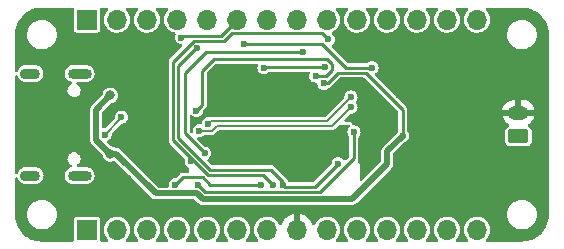
<source format=gbl>
%TF.GenerationSoftware,KiCad,Pcbnew,(6.0.0-0)*%
%TF.CreationDate,2023-05-28T12:50:48+10:00*%
%TF.ProjectId,atmega32u4-dev,61746d65-6761-4333-9275-342d6465762e,v1.0.0*%
%TF.SameCoordinates,Original*%
%TF.FileFunction,Copper,L2,Bot*%
%TF.FilePolarity,Positive*%
%FSLAX46Y46*%
G04 Gerber Fmt 4.6, Leading zero omitted, Abs format (unit mm)*
G04 Created by KiCad (PCBNEW (6.0.0-0)) date 2023-05-28 12:50:48*
%MOMM*%
%LPD*%
G01*
G04 APERTURE LIST*
G04 Aperture macros list*
%AMRoundRect*
0 Rectangle with rounded corners*
0 $1 Rounding radius*
0 $2 $3 $4 $5 $6 $7 $8 $9 X,Y pos of 4 corners*
0 Add a 4 corners polygon primitive as box body*
4,1,4,$2,$3,$4,$5,$6,$7,$8,$9,$2,$3,0*
0 Add four circle primitives for the rounded corners*
1,1,$1+$1,$2,$3*
1,1,$1+$1,$4,$5*
1,1,$1+$1,$6,$7*
1,1,$1+$1,$8,$9*
0 Add four rect primitives between the rounded corners*
20,1,$1+$1,$2,$3,$4,$5,0*
20,1,$1+$1,$4,$5,$6,$7,0*
20,1,$1+$1,$6,$7,$8,$9,0*
20,1,$1+$1,$8,$9,$2,$3,0*%
G04 Aperture macros list end*
%TA.AperFunction,ComponentPad*%
%ADD10RoundRect,0.250000X0.625000X-0.350000X0.625000X0.350000X-0.625000X0.350000X-0.625000X-0.350000X0*%
%TD*%
%TA.AperFunction,ComponentPad*%
%ADD11O,1.750000X1.200000*%
%TD*%
%TA.AperFunction,ComponentPad*%
%ADD12O,1.700000X0.900000*%
%TD*%
%TA.AperFunction,ComponentPad*%
%ADD13O,2.000000X0.900000*%
%TD*%
%TA.AperFunction,ComponentPad*%
%ADD14R,1.700000X1.700000*%
%TD*%
%TA.AperFunction,ComponentPad*%
%ADD15O,1.700000X1.700000*%
%TD*%
%TA.AperFunction,ViaPad*%
%ADD16C,0.600000*%
%TD*%
%TA.AperFunction,ViaPad*%
%ADD17C,0.800000*%
%TD*%
%TA.AperFunction,Conductor*%
%ADD18C,0.500000*%
%TD*%
%TA.AperFunction,Conductor*%
%ADD19C,0.250000*%
%TD*%
%TA.AperFunction,Conductor*%
%ADD20C,0.200000*%
%TD*%
G04 APERTURE END LIST*
D10*
%TO.P,J1,1,Pin_1*%
%TO.N,+BATT*%
X134329000Y-88630000D03*
D11*
%TO.P,J1,2,Pin_2*%
%TO.N,GND*%
X134329000Y-86630000D03*
%TD*%
D12*
%TO.P,J2,S1,SHIELD*%
%TO.N,unconnected-(J2-PadS1)*%
X93010000Y-83310000D03*
D13*
X97180000Y-91950000D03*
X97180000Y-83310000D03*
D12*
X93010000Y-91950000D03*
%TD*%
D14*
%TO.P,J3,1,Pin_1*%
%TO.N,/D4*%
X97790000Y-96520000D03*
D15*
%TO.P,J3,2,Pin_2*%
%TO.N,/D5*%
X100330000Y-96520000D03*
%TO.P,J3,3,Pin_3*%
%TO.N,/D6*%
X102870000Y-96520000D03*
%TO.P,J3,4,Pin_4*%
%TO.N,/D7*%
X105410000Y-96520000D03*
%TO.P,J3,5,Pin_5*%
%TO.N,/D8*%
X107950000Y-96520000D03*
%TO.P,J3,6,Pin_6*%
%TO.N,/D9*%
X110490000Y-96520000D03*
%TO.P,J3,7,Pin_7*%
%TO.N,/D10*%
X113030000Y-96520000D03*
%TO.P,J3,8,Pin_8*%
%TO.N,GND*%
X115570000Y-96520000D03*
%TO.P,J3,9,Pin_9*%
%TO.N,/A0*%
X118110000Y-96520000D03*
%TO.P,J3,10,Pin_10*%
%TO.N,/A1*%
X120650000Y-96520000D03*
%TO.P,J3,11,Pin_11*%
%TO.N,/A2*%
X123190000Y-96520000D03*
%TO.P,J3,12,Pin_12*%
%TO.N,/A3*%
X125730000Y-96520000D03*
%TO.P,J3,13,Pin_13*%
%TO.N,/A4*%
X128270000Y-96520000D03*
%TO.P,J3,14,Pin_14*%
%TO.N,/A5*%
X130810000Y-96520000D03*
%TD*%
D14*
%TO.P,J4,1,Pin_1*%
%TO.N,/TX*%
X97790000Y-78740000D03*
D15*
%TO.P,J4,2,Pin_2*%
%TO.N,/RX*%
X100330000Y-78740000D03*
%TO.P,J4,3,Pin_3*%
%TO.N,/SDA*%
X102870000Y-78740000D03*
%TO.P,J4,4,Pin_4*%
%TO.N,/SCL*%
X105410000Y-78740000D03*
%TO.P,J4,5,Pin_5*%
%TO.N,/HWB*%
X107950000Y-78740000D03*
%TO.P,J4,6,Pin_6*%
%TO.N,+3V3*%
X110490000Y-78740000D03*
%TO.P,J4,7,Pin_7*%
%TO.N,/RST*%
X113030000Y-78740000D03*
%TO.P,J4,8,Pin_8*%
%TO.N,/D11*%
X115570000Y-78740000D03*
%TO.P,J4,9,Pin_9*%
%TO.N,/D12*%
X118110000Y-78740000D03*
%TO.P,J4,10,Pin_10*%
%TO.N,/D13*%
X120650000Y-78740000D03*
%TO.P,J4,11,Pin_11*%
%TO.N,/MISO*%
X123190000Y-78740000D03*
%TO.P,J4,12,Pin_12*%
%TO.N,/MOSI*%
X125730000Y-78740000D03*
%TO.P,J4,13,Pin_13*%
%TO.N,/SCK*%
X128270000Y-78740000D03*
%TO.P,J4,14,Pin_14*%
%TO.N,/Vin*%
X130810000Y-78740000D03*
%TD*%
D16*
%TO.N,VBUS*%
X124523000Y-88583000D03*
D17*
X99758500Y-90106500D03*
D16*
X117856000Y-84142929D03*
D17*
X99765000Y-85160000D03*
%TO.N,GND*%
X115189000Y-86233000D03*
D16*
X110674000Y-83128000D03*
D17*
X114300000Y-85471000D03*
X99053500Y-84321500D03*
X101193000Y-92228000D03*
D16*
X124206000Y-85090000D03*
X124206000Y-83820000D03*
X104013000Y-92583000D03*
X128220480Y-89457520D03*
D17*
X113411000Y-86233000D03*
D16*
X102997000Y-86106000D03*
X110249931Y-94669020D03*
D17*
X124651000Y-90932000D03*
D16*
X108458000Y-83312000D03*
D17*
X101105000Y-83045000D03*
D16*
X102997000Y-88900000D03*
D17*
X99047000Y-90945000D03*
D16*
X120904000Y-84963000D03*
D17*
X122191592Y-90670192D03*
D16*
X104013000Y-82423000D03*
%TO.N,+3V3*%
X121920000Y-82804000D03*
X115062000Y-92202000D03*
X105791000Y-80264000D03*
X108966000Y-88773000D03*
X119380000Y-88900000D03*
X111125000Y-80772000D03*
%TO.N,/D_P*%
X99314000Y-88479500D03*
X100711000Y-86995000D03*
%TO.N,/U_P*%
X120142000Y-85300000D03*
X108077000Y-87538500D03*
%TO.N,/U_N*%
X120142000Y-86150000D03*
X107315000Y-88138000D03*
%TO.N,/RST*%
X112776000Y-82804000D03*
X117935429Y-82756429D03*
%TO.N,/HWB*%
X107076020Y-81185498D03*
X119063000Y-90932000D03*
X114427000Y-92720500D03*
%TO.N,/D13*%
X106619411Y-90738589D03*
X118237000Y-80424098D03*
X113563400Y-92720500D03*
%TO.N,/RXLED*%
X117173429Y-83518429D03*
X107061000Y-86453980D03*
%TO.N,/D7*%
X107188000Y-92710000D03*
X120396000Y-88265000D03*
%TO.N,/D12*%
X107756589Y-90043000D03*
X116126839Y-81455839D03*
%TO.N,/D5*%
X105285911Y-92712911D03*
X112565302Y-92717498D03*
%TD*%
D18*
%TO.N,VBUS*%
X120253280Y-93919520D02*
X123202489Y-90970311D01*
X123202489Y-89903511D02*
X124523000Y-88583000D01*
D19*
X117856000Y-84142929D02*
X118168071Y-84142929D01*
D18*
X123202489Y-90970311D02*
X123202489Y-89903511D01*
X99758500Y-90106500D02*
X100272891Y-90106500D01*
X98564489Y-86360511D02*
X98564489Y-88912489D01*
X98564489Y-88912489D02*
X99758500Y-90106500D01*
D19*
X124523000Y-86364520D02*
X124523000Y-88583000D01*
D18*
X103628813Y-93462422D02*
X107127928Y-93462422D01*
D19*
X118168071Y-84142929D02*
X119057480Y-83253520D01*
X121412000Y-83253520D02*
X124523000Y-86364520D01*
X119057480Y-83253520D02*
X121412000Y-83253520D01*
D18*
X107585027Y-93919520D02*
X120253280Y-93919520D01*
X100272891Y-90106500D02*
X103628813Y-93462422D01*
X99765000Y-85160000D02*
X98564489Y-86360511D01*
X107127928Y-93462422D02*
X107585027Y-93919520D01*
D19*
%TO.N,+3V3*%
X119733709Y-82804000D02*
X121920000Y-82804000D01*
X105791000Y-80264000D02*
X105943533Y-80111467D01*
X109118533Y-80111467D02*
X110490000Y-78740000D01*
X117701709Y-80772000D02*
X119733709Y-82804000D01*
X111125000Y-80772000D02*
X117701709Y-80772000D01*
X105943533Y-80111467D02*
X109118533Y-80111467D01*
D20*
%TO.N,/D_P*%
X100711000Y-87082500D02*
X99314000Y-88479500D01*
X100711000Y-86995000D02*
X100711000Y-87082500D01*
%TO.N,/U_P*%
X108274001Y-87341499D02*
X118100501Y-87341499D01*
X108077000Y-87538500D02*
X108274001Y-87341499D01*
X118100501Y-87341499D02*
X120142000Y-85300000D01*
%TO.N,/U_N*%
X118535000Y-87757000D02*
X120142000Y-86150000D01*
X108394500Y-88138000D02*
X108775500Y-87757000D01*
X107315000Y-88138000D02*
X108394500Y-88138000D01*
X108775500Y-87757000D02*
X118535000Y-87757000D01*
D19*
%TO.N,/RST*%
X112823571Y-82756429D02*
X112776000Y-82804000D01*
X117935429Y-82756429D02*
X112823571Y-82756429D01*
%TO.N,/HWB*%
X113385600Y-91440000D02*
X108204000Y-91440000D01*
X117099520Y-92895480D02*
X119063000Y-90932000D01*
X108204000Y-91440000D02*
X105537000Y-88773000D01*
X114601980Y-92895480D02*
X117099520Y-92895480D01*
X105537000Y-88773000D02*
X105537000Y-82677000D01*
X105537000Y-82677000D02*
X107028502Y-81185498D01*
X114427000Y-92720500D02*
X114427000Y-92481400D01*
X114427000Y-92720500D02*
X114601980Y-92895480D01*
X114427000Y-92481400D02*
X113385600Y-91440000D01*
X107028502Y-81185498D02*
X107076020Y-81185498D01*
%TO.N,/D13*%
X112732420Y-91889520D02*
X108017803Y-91889520D01*
X105087480Y-88959197D02*
X105087480Y-82290845D01*
X113563400Y-92720500D02*
X112732420Y-91889520D01*
X109431013Y-80560987D02*
X110077489Y-79914511D01*
X106817338Y-80560987D02*
X109431013Y-80560987D01*
X105087480Y-82290845D02*
X106817338Y-80560987D01*
X117727413Y-79914511D02*
X118237000Y-80424098D01*
X110077489Y-79914511D02*
X117727413Y-79914511D01*
X108017803Y-91889520D02*
X105087480Y-88959197D01*
%TO.N,/RXLED*%
X118559940Y-82497747D02*
X118142543Y-82080350D01*
X118142543Y-82080350D02*
X108546650Y-82080350D01*
X118056622Y-83518429D02*
X118559940Y-83015111D01*
X107569000Y-83058000D02*
X107569000Y-85945980D01*
X117173429Y-83518429D02*
X118056622Y-83518429D01*
X107569000Y-85945980D02*
X107061000Y-86453980D01*
X118559940Y-83015111D02*
X118559940Y-82497747D01*
X108546650Y-82080350D02*
X107569000Y-83058000D01*
%TO.N,/D7*%
X107188000Y-92710000D02*
X107823000Y-93345000D01*
X107823000Y-93345000D02*
X117533193Y-93345000D01*
X120396000Y-90482193D02*
X120396000Y-88265000D01*
X117533193Y-93345000D02*
X120396000Y-90482193D01*
%TO.N,/D12*%
X116126839Y-81455839D02*
X107871061Y-81455839D01*
X107871061Y-81455839D02*
X106096982Y-83229918D01*
X106096982Y-83229918D02*
X106096982Y-88383393D01*
X106096982Y-88383393D02*
X107756589Y-90043000D01*
%TO.N,/D5*%
X112565302Y-92717498D02*
X112562760Y-92720040D01*
X105913333Y-92085489D02*
X105285911Y-92712911D01*
X112562760Y-92720040D02*
X108212605Y-92720040D01*
X108212605Y-92720040D02*
X107578054Y-92085489D01*
X107578054Y-92085489D02*
X105913333Y-92085489D01*
%TD*%
%TA.AperFunction,Conductor*%
%TO.N,GND*%
G36*
X96629092Y-77744002D02*
G01*
X96675585Y-77797658D01*
X96686204Y-77861393D01*
X96685500Y-77864933D01*
X96685500Y-77871123D01*
X96685501Y-78740068D01*
X96685501Y-79615066D01*
X96700266Y-79689301D01*
X96707161Y-79699620D01*
X96707162Y-79699622D01*
X96747516Y-79760015D01*
X96756516Y-79773484D01*
X96840699Y-79829734D01*
X96914933Y-79844500D01*
X97789858Y-79844500D01*
X98665066Y-79844499D01*
X98700818Y-79837388D01*
X98727126Y-79832156D01*
X98727128Y-79832155D01*
X98739301Y-79829734D01*
X98749621Y-79822839D01*
X98749622Y-79822838D01*
X98813168Y-79780377D01*
X98823484Y-79773484D01*
X98879734Y-79689301D01*
X98894500Y-79615067D01*
X98894499Y-77864934D01*
X98893806Y-77861450D01*
X98906863Y-77792598D01*
X98955703Y-77741069D01*
X99019028Y-77724000D01*
X99478487Y-77724000D01*
X99546608Y-77744002D01*
X99593101Y-77797658D01*
X99603205Y-77867932D01*
X99573711Y-77932512D01*
X99561565Y-77944732D01*
X99525392Y-77976455D01*
X99399720Y-78135869D01*
X99397031Y-78140980D01*
X99397029Y-78140983D01*
X99384073Y-78165609D01*
X99305203Y-78315515D01*
X99245007Y-78509378D01*
X99221148Y-78710964D01*
X99234424Y-78913522D01*
X99235845Y-78919118D01*
X99235846Y-78919123D01*
X99256119Y-78998945D01*
X99284392Y-79110269D01*
X99286807Y-79115507D01*
X99286809Y-79115512D01*
X99322264Y-79192420D01*
X99369377Y-79294616D01*
X99486533Y-79460389D01*
X99490675Y-79464424D01*
X99592777Y-79563886D01*
X99631938Y-79602035D01*
X99800720Y-79714812D01*
X99806023Y-79717090D01*
X99806026Y-79717092D01*
X99937283Y-79773484D01*
X99987228Y-79794942D01*
X100060244Y-79811464D01*
X100179579Y-79838467D01*
X100179584Y-79838468D01*
X100185216Y-79839742D01*
X100190987Y-79839969D01*
X100190989Y-79839969D01*
X100250756Y-79842317D01*
X100388053Y-79847712D01*
X100495348Y-79832155D01*
X100583231Y-79819413D01*
X100583236Y-79819412D01*
X100588945Y-79818584D01*
X100594409Y-79816729D01*
X100594414Y-79816728D01*
X100775693Y-79755192D01*
X100775698Y-79755190D01*
X100781165Y-79753334D01*
X100814880Y-79734453D01*
X100865975Y-79705838D01*
X100958276Y-79654147D01*
X100997969Y-79621135D01*
X101109913Y-79528031D01*
X101114345Y-79524345D01*
X101138172Y-79495696D01*
X101240453Y-79372718D01*
X101240455Y-79372715D01*
X101244147Y-79368276D01*
X101334664Y-79206647D01*
X101340510Y-79196208D01*
X101340511Y-79196206D01*
X101343334Y-79191165D01*
X101345190Y-79185698D01*
X101345192Y-79185693D01*
X101406728Y-79004414D01*
X101406729Y-79004409D01*
X101408584Y-78998945D01*
X101409412Y-78993236D01*
X101409413Y-78993231D01*
X101437179Y-78801727D01*
X101437712Y-78798053D01*
X101439232Y-78740000D01*
X101420658Y-78537859D01*
X101415949Y-78521161D01*
X101367125Y-78348046D01*
X101367124Y-78348044D01*
X101365557Y-78342487D01*
X101354978Y-78321033D01*
X101278331Y-78165609D01*
X101275776Y-78160428D01*
X101154320Y-77997779D01*
X101127134Y-77972648D01*
X101094546Y-77942524D01*
X101058101Y-77881596D01*
X101060382Y-77810636D01*
X101100665Y-77752174D01*
X101166160Y-77724771D01*
X101180075Y-77724000D01*
X102018487Y-77724000D01*
X102086608Y-77744002D01*
X102133101Y-77797658D01*
X102143205Y-77867932D01*
X102113711Y-77932512D01*
X102101565Y-77944732D01*
X102065392Y-77976455D01*
X101939720Y-78135869D01*
X101937031Y-78140980D01*
X101937029Y-78140983D01*
X101924073Y-78165609D01*
X101845203Y-78315515D01*
X101785007Y-78509378D01*
X101761148Y-78710964D01*
X101774424Y-78913522D01*
X101775845Y-78919118D01*
X101775846Y-78919123D01*
X101796119Y-78998945D01*
X101824392Y-79110269D01*
X101826807Y-79115507D01*
X101826809Y-79115512D01*
X101862264Y-79192420D01*
X101909377Y-79294616D01*
X102026533Y-79460389D01*
X102030675Y-79464424D01*
X102132777Y-79563886D01*
X102171938Y-79602035D01*
X102340720Y-79714812D01*
X102346023Y-79717090D01*
X102346026Y-79717092D01*
X102477283Y-79773484D01*
X102527228Y-79794942D01*
X102600244Y-79811464D01*
X102719579Y-79838467D01*
X102719584Y-79838468D01*
X102725216Y-79839742D01*
X102730987Y-79839969D01*
X102730989Y-79839969D01*
X102790756Y-79842317D01*
X102928053Y-79847712D01*
X103035348Y-79832155D01*
X103123231Y-79819413D01*
X103123236Y-79819412D01*
X103128945Y-79818584D01*
X103134409Y-79816729D01*
X103134414Y-79816728D01*
X103315693Y-79755192D01*
X103315698Y-79755190D01*
X103321165Y-79753334D01*
X103354880Y-79734453D01*
X103405975Y-79705838D01*
X103498276Y-79654147D01*
X103537969Y-79621135D01*
X103649913Y-79528031D01*
X103654345Y-79524345D01*
X103678172Y-79495696D01*
X103780453Y-79372718D01*
X103780455Y-79372715D01*
X103784147Y-79368276D01*
X103874664Y-79206647D01*
X103880510Y-79196208D01*
X103880511Y-79196206D01*
X103883334Y-79191165D01*
X103885190Y-79185698D01*
X103885192Y-79185693D01*
X103946728Y-79004414D01*
X103946729Y-79004409D01*
X103948584Y-78998945D01*
X103949412Y-78993236D01*
X103949413Y-78993231D01*
X103977179Y-78801727D01*
X103977712Y-78798053D01*
X103979232Y-78740000D01*
X103960658Y-78537859D01*
X103955949Y-78521161D01*
X103907125Y-78348046D01*
X103907124Y-78348044D01*
X103905557Y-78342487D01*
X103894978Y-78321033D01*
X103818331Y-78165609D01*
X103815776Y-78160428D01*
X103694320Y-77997779D01*
X103667134Y-77972648D01*
X103634546Y-77942524D01*
X103598101Y-77881596D01*
X103600382Y-77810636D01*
X103640665Y-77752174D01*
X103706160Y-77724771D01*
X103720075Y-77724000D01*
X104558487Y-77724000D01*
X104626608Y-77744002D01*
X104673101Y-77797658D01*
X104683205Y-77867932D01*
X104653711Y-77932512D01*
X104641565Y-77944732D01*
X104605392Y-77976455D01*
X104479720Y-78135869D01*
X104477031Y-78140980D01*
X104477029Y-78140983D01*
X104464073Y-78165609D01*
X104385203Y-78315515D01*
X104325007Y-78509378D01*
X104301148Y-78710964D01*
X104314424Y-78913522D01*
X104315845Y-78919118D01*
X104315846Y-78919123D01*
X104336119Y-78998945D01*
X104364392Y-79110269D01*
X104366807Y-79115507D01*
X104366809Y-79115512D01*
X104402264Y-79192420D01*
X104449377Y-79294616D01*
X104566533Y-79460389D01*
X104570675Y-79464424D01*
X104672777Y-79563886D01*
X104711938Y-79602035D01*
X104880720Y-79714812D01*
X104886023Y-79717090D01*
X104886026Y-79717092D01*
X105017283Y-79773484D01*
X105067228Y-79794942D01*
X105212053Y-79827712D01*
X105274078Y-79862255D01*
X105307583Y-79924848D01*
X105300653Y-79998824D01*
X105250772Y-80119246D01*
X105249695Y-80127430D01*
X105249694Y-80127432D01*
X105247453Y-80144456D01*
X105231715Y-80264000D01*
X105232793Y-80272188D01*
X105240525Y-80330916D01*
X105250772Y-80408754D01*
X105306645Y-80543642D01*
X105311672Y-80550193D01*
X105370797Y-80627246D01*
X105395526Y-80659474D01*
X105402076Y-80664500D01*
X105402079Y-80664503D01*
X105461751Y-80710291D01*
X105511357Y-80748355D01*
X105646246Y-80804228D01*
X105654434Y-80805306D01*
X105738581Y-80816384D01*
X105803508Y-80845106D01*
X105842600Y-80904371D01*
X105843445Y-80975363D01*
X105811230Y-81030401D01*
X104857264Y-81984367D01*
X104838516Y-81999509D01*
X104837291Y-82000624D01*
X104828540Y-82006274D01*
X104822093Y-82014452D01*
X104822091Y-82014454D01*
X104807751Y-82032645D01*
X104803805Y-82037086D01*
X104803878Y-82037148D01*
X104800519Y-82041112D01*
X104796842Y-82044789D01*
X104785588Y-82060537D01*
X104782082Y-82065207D01*
X104750324Y-82105492D01*
X104747292Y-82114126D01*
X104741966Y-82121579D01*
X104738981Y-82131560D01*
X104727279Y-82170689D01*
X104725444Y-82176337D01*
X104708462Y-82224696D01*
X104707980Y-82230261D01*
X104707980Y-82232969D01*
X104707866Y-82235603D01*
X104707837Y-82235701D01*
X104707673Y-82235694D01*
X104707629Y-82236398D01*
X104705767Y-82242623D01*
X104706176Y-82253028D01*
X104707883Y-82296480D01*
X104707980Y-82301427D01*
X104707980Y-88905277D01*
X104705431Y-88929225D01*
X104705352Y-88930890D01*
X104703160Y-88941073D01*
X104705868Y-88963956D01*
X104707107Y-88974420D01*
X104707457Y-88980351D01*
X104707552Y-88980343D01*
X104707980Y-88985521D01*
X104707980Y-88990721D01*
X104708834Y-88995850D01*
X104708834Y-88995853D01*
X104711149Y-89009762D01*
X104711986Y-89015640D01*
X104718010Y-89066538D01*
X104721973Y-89074790D01*
X104723476Y-89083823D01*
X104728423Y-89092992D01*
X104728424Y-89092994D01*
X104747814Y-89128929D01*
X104750511Y-89134222D01*
X104769265Y-89173279D01*
X104769268Y-89173283D01*
X104772699Y-89180429D01*
X104776294Y-89184705D01*
X104778217Y-89186628D01*
X104779989Y-89188560D01*
X104780032Y-89188639D01*
X104779908Y-89188752D01*
X104780384Y-89189292D01*
X104783470Y-89195011D01*
X104791115Y-89202078D01*
X104823066Y-89231613D01*
X104826632Y-89235043D01*
X106051075Y-90459486D01*
X106085101Y-90521798D01*
X106083687Y-90581192D01*
X106082345Y-90586202D01*
X106079183Y-90593835D01*
X106060126Y-90738589D01*
X106061204Y-90746777D01*
X106077702Y-90872092D01*
X106079183Y-90883343D01*
X106087563Y-90903574D01*
X106131487Y-91009614D01*
X106135056Y-91018231D01*
X106167529Y-91060551D01*
X106218867Y-91127455D01*
X106223937Y-91134063D01*
X106230487Y-91139089D01*
X106230490Y-91139092D01*
X106318559Y-91206670D01*
X106339768Y-91222944D01*
X106347396Y-91226104D01*
X106347402Y-91226107D01*
X106354336Y-91228979D01*
X106409617Y-91273527D01*
X106432037Y-91340891D01*
X106430834Y-91363312D01*
X106426000Y-91396936D01*
X106426000Y-91579989D01*
X106405998Y-91648110D01*
X106352342Y-91694603D01*
X106300000Y-91705989D01*
X105967258Y-91705989D01*
X105943300Y-91703439D01*
X105941641Y-91703361D01*
X105931457Y-91701168D01*
X105921115Y-91702392D01*
X105921112Y-91702392D01*
X105898112Y-91705115D01*
X105892181Y-91705465D01*
X105892189Y-91705561D01*
X105887013Y-91705989D01*
X105881809Y-91705989D01*
X105862745Y-91709162D01*
X105856899Y-91709993D01*
X105845450Y-91711348D01*
X105805992Y-91716019D01*
X105797740Y-91719982D01*
X105788707Y-91721485D01*
X105779538Y-91726432D01*
X105779536Y-91726433D01*
X105743601Y-91745823D01*
X105738309Y-91748520D01*
X105692101Y-91770708D01*
X105687826Y-91774302D01*
X105685901Y-91776227D01*
X105683971Y-91777998D01*
X105683886Y-91778044D01*
X105683774Y-91777921D01*
X105683239Y-91778393D01*
X105677519Y-91781479D01*
X105670452Y-91789124D01*
X105640917Y-91821075D01*
X105637487Y-91824641D01*
X105342171Y-92119957D01*
X105279859Y-92153983D01*
X105269531Y-92155782D01*
X105208304Y-92163843D01*
X105149343Y-92171605D01*
X105149341Y-92171606D01*
X105141157Y-92172683D01*
X105107899Y-92186459D01*
X105013897Y-92225396D01*
X105013895Y-92225397D01*
X105006269Y-92228556D01*
X104890437Y-92317437D01*
X104801556Y-92433269D01*
X104745683Y-92568157D01*
X104744606Y-92576341D01*
X104744605Y-92576343D01*
X104734387Y-92653962D01*
X104726626Y-92712911D01*
X104727704Y-92721099D01*
X104740129Y-92815476D01*
X104729190Y-92885624D01*
X104682062Y-92938723D01*
X104615207Y-92957922D01*
X103889974Y-92957922D01*
X103821853Y-92937920D01*
X103800879Y-92921017D01*
X100679568Y-89799706D01*
X100672026Y-89790266D01*
X100671646Y-89790589D01*
X100665828Y-89783753D01*
X100661038Y-89776161D01*
X100621031Y-89740828D01*
X100615345Y-89735483D01*
X100604011Y-89724149D01*
X100595736Y-89717947D01*
X100587891Y-89711560D01*
X100559448Y-89686440D01*
X100552721Y-89680499D01*
X100544599Y-89676686D01*
X100541798Y-89674846D01*
X100527803Y-89666437D01*
X100524840Y-89664815D01*
X100517655Y-89659430D01*
X100509245Y-89656277D01*
X100509243Y-89656276D01*
X100473709Y-89642954D01*
X100464393Y-89639029D01*
X100454968Y-89634604D01*
X100421909Y-89619083D01*
X100413035Y-89617701D01*
X100409808Y-89616715D01*
X100394025Y-89612575D01*
X100390747Y-89611854D01*
X100382339Y-89608702D01*
X100368582Y-89607680D01*
X100335534Y-89605224D01*
X100325487Y-89604070D01*
X100317005Y-89602749D01*
X100317002Y-89602749D01*
X100312194Y-89602000D01*
X100296829Y-89602000D01*
X100287492Y-89601654D01*
X100279939Y-89601093D01*
X100238224Y-89597993D01*
X100230204Y-89599705D01*
X100161261Y-89584467D01*
X100146842Y-89574272D01*
X100146684Y-89574500D01*
X100140451Y-89570168D01*
X100134775Y-89565111D01*
X99994774Y-89490984D01*
X99987411Y-89489135D01*
X99987407Y-89489133D01*
X99843832Y-89453070D01*
X99785432Y-89419961D01*
X99540083Y-89174612D01*
X99506057Y-89112300D01*
X99511122Y-89041485D01*
X99553669Y-88984649D01*
X99580964Y-88969107D01*
X99586011Y-88967017D01*
X99586015Y-88967014D01*
X99593643Y-88963855D01*
X99607593Y-88953151D01*
X99702921Y-88880003D01*
X99702924Y-88880000D01*
X99709474Y-88874974D01*
X99734880Y-88841865D01*
X99793328Y-88765693D01*
X99798355Y-88759142D01*
X99811357Y-88727754D01*
X99851069Y-88631880D01*
X99854228Y-88624254D01*
X99873285Y-88479500D01*
X99872526Y-88473735D01*
X99892209Y-88406701D01*
X99909112Y-88385727D01*
X100714790Y-87580049D01*
X100777102Y-87546023D01*
X100787438Y-87544222D01*
X100847566Y-87536306D01*
X100855754Y-87535228D01*
X100990643Y-87479355D01*
X100997196Y-87474327D01*
X101099921Y-87395503D01*
X101099924Y-87395500D01*
X101106474Y-87390474D01*
X101195355Y-87274642D01*
X101198734Y-87266486D01*
X101248069Y-87147380D01*
X101251228Y-87139754D01*
X101253365Y-87123526D01*
X101269207Y-87003188D01*
X101269207Y-87003187D01*
X101270285Y-86995000D01*
X101262163Y-86933306D01*
X101252306Y-86858432D01*
X101252305Y-86858430D01*
X101251228Y-86850246D01*
X101205634Y-86740173D01*
X101198515Y-86722986D01*
X101198514Y-86722984D01*
X101195355Y-86715358D01*
X101106474Y-86599526D01*
X101099924Y-86594500D01*
X101099921Y-86594497D01*
X100997196Y-86515673D01*
X100997194Y-86515672D01*
X100990643Y-86510645D01*
X100855754Y-86454772D01*
X100711000Y-86435715D01*
X100702812Y-86436793D01*
X100574432Y-86453694D01*
X100574430Y-86453695D01*
X100566246Y-86454772D01*
X100518430Y-86474578D01*
X100438986Y-86507485D01*
X100438984Y-86507486D01*
X100431358Y-86510645D01*
X100315526Y-86599526D01*
X100226645Y-86715358D01*
X100223486Y-86722984D01*
X100223485Y-86722986D01*
X100216366Y-86740173D01*
X100170772Y-86850246D01*
X100169695Y-86858430D01*
X100169694Y-86858432D01*
X100159837Y-86933306D01*
X100151715Y-86995000D01*
X100160526Y-87061922D01*
X100149587Y-87132069D01*
X100124699Y-87167463D01*
X99407774Y-87884388D01*
X99345462Y-87918414D01*
X99320611Y-87921085D01*
X99314000Y-87920215D01*
X99211434Y-87933718D01*
X99141287Y-87922779D01*
X99088188Y-87875651D01*
X99068989Y-87808796D01*
X99068989Y-86621672D01*
X99088991Y-86553551D01*
X99105894Y-86532577D01*
X99793834Y-85844637D01*
X99854800Y-85810912D01*
X99980927Y-85782025D01*
X99988332Y-85780329D01*
X100077497Y-85735484D01*
X100123072Y-85712563D01*
X100123075Y-85712561D01*
X100129855Y-85709151D01*
X100135626Y-85704222D01*
X100135629Y-85704220D01*
X100244536Y-85611204D01*
X100244536Y-85611203D01*
X100250314Y-85606269D01*
X100342755Y-85477624D01*
X100401842Y-85330641D01*
X100424162Y-85173807D01*
X100424307Y-85160000D01*
X100405276Y-85002733D01*
X100349280Y-84854546D01*
X100300496Y-84783564D01*
X100263855Y-84730251D01*
X100263854Y-84730249D01*
X100259553Y-84723992D01*
X100141275Y-84618611D01*
X100133889Y-84614700D01*
X100007988Y-84548039D01*
X100007989Y-84548039D01*
X100001274Y-84544484D01*
X99847633Y-84505892D01*
X99840034Y-84505852D01*
X99840033Y-84505852D01*
X99774181Y-84505507D01*
X99689221Y-84505062D01*
X99681841Y-84506834D01*
X99681839Y-84506834D01*
X99542563Y-84540271D01*
X99542560Y-84540272D01*
X99535184Y-84542043D01*
X99394414Y-84614700D01*
X99275039Y-84718838D01*
X99183950Y-84848444D01*
X99126406Y-84996037D01*
X99125415Y-85003568D01*
X99125414Y-85003570D01*
X99118482Y-85056226D01*
X99089759Y-85121153D01*
X99082655Y-85128874D01*
X98257695Y-85953834D01*
X98248255Y-85961376D01*
X98248578Y-85961756D01*
X98241742Y-85967574D01*
X98234150Y-85972364D01*
X98228208Y-85979092D01*
X98198818Y-86012370D01*
X98193472Y-86018057D01*
X98182138Y-86029391D01*
X98179453Y-86032974D01*
X98179451Y-86032976D01*
X98175936Y-86037666D01*
X98169551Y-86045509D01*
X98138488Y-86080681D01*
X98134675Y-86088803D01*
X98132835Y-86091604D01*
X98124426Y-86105599D01*
X98122804Y-86108562D01*
X98117419Y-86115747D01*
X98114266Y-86124157D01*
X98114265Y-86124159D01*
X98100943Y-86159693D01*
X98097019Y-86169006D01*
X98077072Y-86211493D01*
X98075690Y-86220367D01*
X98074704Y-86223594D01*
X98070564Y-86239377D01*
X98069843Y-86242655D01*
X98066691Y-86251063D01*
X98066026Y-86260014D01*
X98063213Y-86297868D01*
X98062059Y-86307915D01*
X98059989Y-86321208D01*
X98059989Y-86336573D01*
X98059643Y-86345910D01*
X98055982Y-86395178D01*
X98057855Y-86403953D01*
X98058448Y-86412649D01*
X98059989Y-86427249D01*
X98059989Y-88841865D01*
X98058648Y-88853870D01*
X98059144Y-88853910D01*
X98058424Y-88862857D01*
X98056443Y-88871613D01*
X98056999Y-88880573D01*
X98059747Y-88924871D01*
X98059989Y-88932673D01*
X98059989Y-88948715D01*
X98061438Y-88958827D01*
X98061454Y-88958942D01*
X98062485Y-88969003D01*
X98065391Y-89015848D01*
X98068438Y-89024288D01*
X98069119Y-89027578D01*
X98073071Y-89043427D01*
X98074016Y-89046657D01*
X98075288Y-89055541D01*
X98079003Y-89063712D01*
X98094707Y-89098252D01*
X98098519Y-89107617D01*
X98111411Y-89143326D01*
X98111413Y-89143329D01*
X98114461Y-89151773D01*
X98119757Y-89159022D01*
X98121329Y-89161979D01*
X98129582Y-89176103D01*
X98131387Y-89178926D01*
X98135101Y-89187094D01*
X98140958Y-89193891D01*
X98140959Y-89193893D01*
X98165732Y-89222642D01*
X98172014Y-89230553D01*
X98179962Y-89241433D01*
X98183398Y-89244868D01*
X98183399Y-89244870D01*
X98190826Y-89252296D01*
X98197189Y-89259150D01*
X98223570Y-89289768D01*
X98223575Y-89289772D01*
X98229433Y-89296571D01*
X98236967Y-89301454D01*
X98243540Y-89307188D01*
X98254944Y-89316415D01*
X99075524Y-90136995D01*
X99109550Y-90199307D01*
X99111667Y-90212259D01*
X99116613Y-90257053D01*
X99119223Y-90264184D01*
X99119223Y-90264186D01*
X99120901Y-90268770D01*
X99171053Y-90405819D01*
X99175289Y-90412122D01*
X99175289Y-90412123D01*
X99216929Y-90474089D01*
X99259408Y-90537305D01*
X99265027Y-90542418D01*
X99265028Y-90542419D01*
X99279014Y-90555145D01*
X99376576Y-90643919D01*
X99515793Y-90719508D01*
X99669022Y-90759707D01*
X99752977Y-90761026D01*
X99819819Y-90762076D01*
X99819822Y-90762076D01*
X99827416Y-90762195D01*
X99981832Y-90726829D01*
X100032185Y-90701504D01*
X100102029Y-90688766D01*
X100167673Y-90715810D01*
X100177894Y-90724974D01*
X103222136Y-93769216D01*
X103229678Y-93778656D01*
X103230058Y-93778333D01*
X103235876Y-93785169D01*
X103240666Y-93792761D01*
X103247394Y-93798703D01*
X103280672Y-93828093D01*
X103286359Y-93833439D01*
X103297693Y-93844773D01*
X103301279Y-93847460D01*
X103301284Y-93847465D01*
X103305972Y-93850979D01*
X103313810Y-93857360D01*
X103348983Y-93888423D01*
X103357106Y-93892237D01*
X103359917Y-93894083D01*
X103373916Y-93902494D01*
X103376865Y-93904108D01*
X103384048Y-93909492D01*
X103420836Y-93923283D01*
X103427987Y-93925964D01*
X103437307Y-93929891D01*
X103479795Y-93949839D01*
X103488666Y-93951220D01*
X103491888Y-93952205D01*
X103507659Y-93956342D01*
X103510953Y-93957066D01*
X103519365Y-93960220D01*
X103528323Y-93960886D01*
X103528324Y-93960886D01*
X103566163Y-93963698D01*
X103576187Y-93964848D01*
X103589510Y-93966922D01*
X103604875Y-93966922D01*
X103614212Y-93967268D01*
X103663479Y-93970929D01*
X103672254Y-93969056D01*
X103680950Y-93968463D01*
X103695550Y-93966922D01*
X106866768Y-93966922D01*
X106934889Y-93986924D01*
X106955863Y-94003827D01*
X107178351Y-94226315D01*
X107185895Y-94235757D01*
X107186274Y-94235434D01*
X107192090Y-94242268D01*
X107196880Y-94249859D01*
X107203606Y-94255799D01*
X107203610Y-94255804D01*
X107236893Y-94285198D01*
X107242581Y-94290544D01*
X107253908Y-94301871D01*
X107257491Y-94304556D01*
X107257493Y-94304558D01*
X107262179Y-94308070D01*
X107270022Y-94314455D01*
X107305197Y-94345521D01*
X107313324Y-94349336D01*
X107316144Y-94351189D01*
X107330131Y-94359593D01*
X107333081Y-94361208D01*
X107340263Y-94366591D01*
X107348664Y-94369740D01*
X107348671Y-94369744D01*
X107384206Y-94383065D01*
X107393525Y-94386992D01*
X107427877Y-94403120D01*
X107427883Y-94403122D01*
X107436009Y-94406937D01*
X107444881Y-94408319D01*
X107448078Y-94409296D01*
X107463902Y-94413447D01*
X107467170Y-94414166D01*
X107475580Y-94417318D01*
X107493076Y-94418618D01*
X107522373Y-94420795D01*
X107532421Y-94421949D01*
X107540906Y-94423270D01*
X107540909Y-94423270D01*
X107545724Y-94424020D01*
X107561090Y-94424020D01*
X107570427Y-94424366D01*
X107619694Y-94428027D01*
X107628470Y-94426154D01*
X107637164Y-94425561D01*
X107651764Y-94424020D01*
X120182656Y-94424020D01*
X120194661Y-94425361D01*
X120194701Y-94424865D01*
X120203648Y-94425585D01*
X120212404Y-94427566D01*
X120265662Y-94424262D01*
X120273464Y-94424020D01*
X120289506Y-94424020D01*
X120293937Y-94423385D01*
X120293942Y-94423385D01*
X120297967Y-94422808D01*
X120299737Y-94422555D01*
X120309794Y-94421524D01*
X120332256Y-94420131D01*
X120347680Y-94419174D01*
X120347682Y-94419174D01*
X120356639Y-94418618D01*
X120365079Y-94415571D01*
X120368369Y-94414890D01*
X120384218Y-94410938D01*
X120387448Y-94409993D01*
X120396332Y-94408721D01*
X120439043Y-94389302D01*
X120448408Y-94385490D01*
X120484117Y-94372598D01*
X120484120Y-94372596D01*
X120492564Y-94369548D01*
X120499813Y-94364252D01*
X120502770Y-94362680D01*
X120516894Y-94354427D01*
X120519717Y-94352622D01*
X120527885Y-94348908D01*
X120534682Y-94343051D01*
X120534684Y-94343050D01*
X120563433Y-94318277D01*
X120571344Y-94311995D01*
X120582224Y-94304047D01*
X120593086Y-94293185D01*
X120599933Y-94286827D01*
X120630562Y-94260435D01*
X120637362Y-94254576D01*
X120642246Y-94247041D01*
X120647979Y-94240469D01*
X120657206Y-94229065D01*
X123509283Y-91376988D01*
X123518723Y-91369446D01*
X123518400Y-91369066D01*
X123525236Y-91363248D01*
X123532828Y-91358458D01*
X123568161Y-91318451D01*
X123573506Y-91312765D01*
X123584840Y-91301431D01*
X123587527Y-91297845D01*
X123587532Y-91297840D01*
X123591046Y-91293152D01*
X123597427Y-91285314D01*
X123622549Y-91256868D01*
X123628490Y-91250141D01*
X123632304Y-91242018D01*
X123634150Y-91239207D01*
X123642561Y-91225208D01*
X123644175Y-91222259D01*
X123649559Y-91215076D01*
X123666031Y-91171137D01*
X123669958Y-91161817D01*
X123686091Y-91127455D01*
X123686091Y-91127454D01*
X123689906Y-91119329D01*
X123691287Y-91110458D01*
X123692272Y-91107236D01*
X123696409Y-91091465D01*
X123697133Y-91088171D01*
X123700287Y-91079759D01*
X123701040Y-91069634D01*
X123703765Y-91032961D01*
X123704915Y-91022937D01*
X123706989Y-91009614D01*
X123706989Y-90994249D01*
X123707335Y-90984912D01*
X123710331Y-90944593D01*
X123710996Y-90935645D01*
X123709123Y-90926870D01*
X123708530Y-90918174D01*
X123706989Y-90903574D01*
X123706989Y-90164672D01*
X123726991Y-90096551D01*
X123743889Y-90075582D01*
X124698665Y-89120805D01*
X124739539Y-89093494D01*
X124802643Y-89067355D01*
X124817183Y-89056198D01*
X124911921Y-88983503D01*
X124911924Y-88983500D01*
X124918474Y-88978474D01*
X124925735Y-88969012D01*
X125002328Y-88869193D01*
X125007355Y-88862642D01*
X125063228Y-88727754D01*
X125072086Y-88660474D01*
X125081207Y-88591188D01*
X125082285Y-88583000D01*
X125063228Y-88438246D01*
X125033493Y-88366460D01*
X125010515Y-88310986D01*
X125010514Y-88310984D01*
X125007355Y-88303358D01*
X124948149Y-88226199D01*
X124928537Y-88200640D01*
X124902937Y-88134419D01*
X124902500Y-88123936D01*
X124902500Y-86897399D01*
X132978712Y-86897399D01*
X133000194Y-86986537D01*
X133004083Y-86997832D01*
X133086629Y-87179382D01*
X133092576Y-87189724D01*
X133207968Y-87352397D01*
X133215761Y-87361425D01*
X133359831Y-87499342D01*
X133369196Y-87506738D01*
X133511423Y-87598573D01*
X133557801Y-87652328D01*
X133567754Y-87722624D01*
X133538122Y-87787141D01*
X133487304Y-87822407D01*
X133459236Y-87832929D01*
X133452057Y-87838309D01*
X133452054Y-87838311D01*
X133390574Y-87884388D01*
X133343596Y-87919596D01*
X133338215Y-87926776D01*
X133262311Y-88028054D01*
X133262309Y-88028057D01*
X133256929Y-88035236D01*
X133206202Y-88170552D01*
X133199500Y-88232244D01*
X133199500Y-89027756D01*
X133206202Y-89089448D01*
X133256929Y-89224764D01*
X133262309Y-89231943D01*
X133262311Y-89231946D01*
X133310745Y-89296571D01*
X133343596Y-89340404D01*
X133350776Y-89345785D01*
X133452054Y-89421689D01*
X133452057Y-89421691D01*
X133459236Y-89427071D01*
X133548954Y-89460704D01*
X133587157Y-89475026D01*
X133587159Y-89475026D01*
X133594552Y-89477798D01*
X133602402Y-89478651D01*
X133602403Y-89478651D01*
X133652847Y-89484131D01*
X133656244Y-89484500D01*
X135001756Y-89484500D01*
X135005153Y-89484131D01*
X135055597Y-89478651D01*
X135055598Y-89478651D01*
X135063448Y-89477798D01*
X135070841Y-89475026D01*
X135070843Y-89475026D01*
X135109046Y-89460704D01*
X135198764Y-89427071D01*
X135205943Y-89421691D01*
X135205946Y-89421689D01*
X135307224Y-89345785D01*
X135314404Y-89340404D01*
X135347255Y-89296571D01*
X135395689Y-89231946D01*
X135395691Y-89231943D01*
X135401071Y-89224764D01*
X135451798Y-89089448D01*
X135458500Y-89027756D01*
X135458500Y-88232244D01*
X135451798Y-88170552D01*
X135401071Y-88035236D01*
X135395691Y-88028057D01*
X135395689Y-88028054D01*
X135319785Y-87926776D01*
X135314404Y-87919596D01*
X135267426Y-87884388D01*
X135205946Y-87838311D01*
X135205943Y-87838309D01*
X135198764Y-87832929D01*
X135169557Y-87821980D01*
X135112793Y-87779338D01*
X135088093Y-87712776D01*
X135103301Y-87643428D01*
X135156095Y-87591982D01*
X135199978Y-87569381D01*
X135210024Y-87562931D01*
X135366857Y-87439738D01*
X135375506Y-87431501D01*
X135506212Y-87280877D01*
X135513147Y-87271153D01*
X135613010Y-87098533D01*
X135617984Y-87087669D01*
X135683407Y-86899273D01*
X135683648Y-86898284D01*
X135682180Y-86887992D01*
X135668615Y-86884000D01*
X132993598Y-86884000D01*
X132980067Y-86887973D01*
X132978712Y-86897399D01*
X124902500Y-86897399D01*
X124902500Y-86418440D01*
X124905049Y-86394493D01*
X124905128Y-86392827D01*
X124907320Y-86382644D01*
X124906096Y-86372302D01*
X124906096Y-86372299D01*
X124904843Y-86361716D01*
X132974352Y-86361716D01*
X132975820Y-86372008D01*
X132989385Y-86376000D01*
X134056885Y-86376000D01*
X134072124Y-86371525D01*
X134073329Y-86370135D01*
X134075000Y-86362452D01*
X134075000Y-86357885D01*
X134583000Y-86357885D01*
X134587475Y-86373124D01*
X134588865Y-86374329D01*
X134596548Y-86376000D01*
X135664402Y-86376000D01*
X135677933Y-86372027D01*
X135679288Y-86362601D01*
X135657806Y-86273463D01*
X135653917Y-86262168D01*
X135571371Y-86080618D01*
X135565424Y-86070276D01*
X135450032Y-85907603D01*
X135442239Y-85898575D01*
X135298169Y-85760658D01*
X135288804Y-85753262D01*
X135121259Y-85645079D01*
X135110655Y-85639583D01*
X134925688Y-85565039D01*
X134914230Y-85561645D01*
X134717072Y-85523143D01*
X134708209Y-85522066D01*
X134705500Y-85522000D01*
X134601115Y-85522000D01*
X134585876Y-85526475D01*
X134584671Y-85527865D01*
X134583000Y-85535548D01*
X134583000Y-86357885D01*
X134075000Y-86357885D01*
X134075000Y-85540115D01*
X134070525Y-85524876D01*
X134069135Y-85523671D01*
X134061452Y-85522000D01*
X134004168Y-85522000D01*
X133998192Y-85522285D01*
X133849506Y-85536471D01*
X133837772Y-85538730D01*
X133646401Y-85594872D01*
X133635325Y-85599302D01*
X133458022Y-85690619D01*
X133447976Y-85697069D01*
X133291143Y-85820262D01*
X133282494Y-85828499D01*
X133151788Y-85979123D01*
X133144853Y-85988847D01*
X133044990Y-86161467D01*
X133040016Y-86172331D01*
X132974593Y-86360727D01*
X132974352Y-86361716D01*
X124904843Y-86361716D01*
X124903374Y-86349307D01*
X124903023Y-86343366D01*
X124902928Y-86343374D01*
X124902500Y-86338194D01*
X124902500Y-86332996D01*
X124901349Y-86326077D01*
X124899329Y-86313947D01*
X124898492Y-86308067D01*
X124893693Y-86267517D01*
X124893692Y-86267515D01*
X124892469Y-86257179D01*
X124888508Y-86248930D01*
X124887004Y-86239894D01*
X124881963Y-86230551D01*
X124862652Y-86194760D01*
X124859957Y-86189471D01*
X124841212Y-86150435D01*
X124837780Y-86143288D01*
X124834186Y-86139012D01*
X124832246Y-86137072D01*
X124830493Y-86135161D01*
X124830444Y-86135071D01*
X124830567Y-86134959D01*
X124830095Y-86134424D01*
X124827010Y-86128706D01*
X124815564Y-86118125D01*
X124787414Y-86092104D01*
X124783848Y-86088674D01*
X122177954Y-83482780D01*
X122143928Y-83420468D01*
X122148993Y-83349653D01*
X122191540Y-83292817D01*
X122196046Y-83289845D01*
X122199643Y-83288355D01*
X122264241Y-83238787D01*
X122308921Y-83204503D01*
X122308924Y-83204500D01*
X122315474Y-83199474D01*
X122404355Y-83083642D01*
X122410004Y-83070006D01*
X122457069Y-82956380D01*
X122460228Y-82948754D01*
X122464297Y-82917852D01*
X122478207Y-82812188D01*
X122479285Y-82804000D01*
X122460228Y-82659246D01*
X122404355Y-82524358D01*
X122315474Y-82408526D01*
X122308924Y-82403500D01*
X122308921Y-82403497D01*
X122206196Y-82324673D01*
X122206194Y-82324672D01*
X122199643Y-82319645D01*
X122064754Y-82263772D01*
X121920000Y-82244715D01*
X121911812Y-82245793D01*
X121783432Y-82262694D01*
X121783430Y-82262695D01*
X121775246Y-82263772D01*
X121727430Y-82283578D01*
X121647986Y-82316485D01*
X121647984Y-82316486D01*
X121640358Y-82319645D01*
X121588887Y-82359140D01*
X121537640Y-82398463D01*
X121471419Y-82424063D01*
X121460936Y-82424500D01*
X119943093Y-82424500D01*
X119874972Y-82404498D01*
X119853998Y-82387595D01*
X118538010Y-81071607D01*
X118503984Y-81009295D01*
X118509049Y-80938480D01*
X118550400Y-80882550D01*
X118559239Y-80875768D01*
X118632474Y-80819572D01*
X118721355Y-80703740D01*
X118727308Y-80689370D01*
X118774069Y-80576478D01*
X118777228Y-80568852D01*
X118779685Y-80550193D01*
X118794462Y-80437943D01*
X118796285Y-80424098D01*
X118777228Y-80279344D01*
X118721355Y-80144456D01*
X118632474Y-80028624D01*
X118608203Y-80010000D01*
X133361210Y-80010000D01*
X133380334Y-80228587D01*
X133381758Y-80233900D01*
X133381758Y-80233902D01*
X133434915Y-80432286D01*
X133437124Y-80440532D01*
X133439446Y-80445512D01*
X133439447Y-80445514D01*
X133527530Y-80634408D01*
X133527533Y-80634413D01*
X133529856Y-80639395D01*
X133533012Y-80643902D01*
X133533013Y-80643904D01*
X133646028Y-80805306D01*
X133655711Y-80819135D01*
X133810865Y-80974289D01*
X133815373Y-80977446D01*
X133815376Y-80977448D01*
X133970932Y-81086369D01*
X133990605Y-81100144D01*
X133995587Y-81102467D01*
X133995592Y-81102470D01*
X134153700Y-81176197D01*
X134189468Y-81192876D01*
X134194776Y-81194298D01*
X134194778Y-81194299D01*
X134396098Y-81248242D01*
X134396100Y-81248242D01*
X134401413Y-81249666D01*
X134620000Y-81268790D01*
X134838587Y-81249666D01*
X134843900Y-81248242D01*
X134843902Y-81248242D01*
X135045222Y-81194299D01*
X135045224Y-81194298D01*
X135050532Y-81192876D01*
X135086300Y-81176197D01*
X135244408Y-81102470D01*
X135244413Y-81102467D01*
X135249395Y-81100144D01*
X135269068Y-81086369D01*
X135424624Y-80977448D01*
X135424627Y-80977446D01*
X135429135Y-80974289D01*
X135584289Y-80819135D01*
X135593973Y-80805306D01*
X135706987Y-80643904D01*
X135706988Y-80643902D01*
X135710144Y-80639395D01*
X135712467Y-80634413D01*
X135712470Y-80634408D01*
X135800553Y-80445514D01*
X135800554Y-80445512D01*
X135802876Y-80440532D01*
X135805086Y-80432286D01*
X135858242Y-80233902D01*
X135858242Y-80233900D01*
X135859666Y-80228587D01*
X135878790Y-80010000D01*
X135859666Y-79791413D01*
X135838281Y-79711602D01*
X135804299Y-79584778D01*
X135804298Y-79584776D01*
X135802876Y-79579468D01*
X135800553Y-79574486D01*
X135712470Y-79385592D01*
X135712467Y-79385587D01*
X135710144Y-79380605D01*
X135706987Y-79376096D01*
X135587448Y-79205376D01*
X135587446Y-79205373D01*
X135584289Y-79200865D01*
X135429135Y-79045711D01*
X135424627Y-79042554D01*
X135424624Y-79042552D01*
X135253904Y-78923013D01*
X135253902Y-78923012D01*
X135249395Y-78919856D01*
X135244413Y-78917533D01*
X135244408Y-78917530D01*
X135055514Y-78829447D01*
X135055512Y-78829446D01*
X135050532Y-78827124D01*
X135045224Y-78825702D01*
X135045222Y-78825701D01*
X134843902Y-78771758D01*
X134843900Y-78771758D01*
X134838587Y-78770334D01*
X134620000Y-78751210D01*
X134401413Y-78770334D01*
X134396100Y-78771758D01*
X134396098Y-78771758D01*
X134194778Y-78825701D01*
X134194776Y-78825702D01*
X134189468Y-78827124D01*
X134184488Y-78829446D01*
X134184486Y-78829447D01*
X133995592Y-78917530D01*
X133995587Y-78917533D01*
X133990605Y-78919856D01*
X133986098Y-78923012D01*
X133986096Y-78923013D01*
X133815376Y-79042552D01*
X133815373Y-79042554D01*
X133810865Y-79045711D01*
X133655711Y-79200865D01*
X133652554Y-79205373D01*
X133652552Y-79205376D01*
X133533013Y-79376096D01*
X133529856Y-79380605D01*
X133527533Y-79385587D01*
X133527530Y-79385592D01*
X133439447Y-79574486D01*
X133437124Y-79579468D01*
X133435702Y-79584776D01*
X133435701Y-79584778D01*
X133401719Y-79711602D01*
X133380334Y-79791413D01*
X133362121Y-79999584D01*
X133361210Y-80010000D01*
X118608203Y-80010000D01*
X118546734Y-79962833D01*
X118504868Y-79905496D01*
X118500646Y-79834625D01*
X118535410Y-79772723D01*
X118561872Y-79752938D01*
X118738276Y-79654147D01*
X118777969Y-79621135D01*
X118889913Y-79528031D01*
X118894345Y-79524345D01*
X118918172Y-79495696D01*
X119020453Y-79372718D01*
X119020455Y-79372715D01*
X119024147Y-79368276D01*
X119114664Y-79206647D01*
X119120510Y-79196208D01*
X119120511Y-79196206D01*
X119123334Y-79191165D01*
X119125190Y-79185698D01*
X119125192Y-79185693D01*
X119186728Y-79004414D01*
X119186729Y-79004409D01*
X119188584Y-78998945D01*
X119189412Y-78993236D01*
X119189413Y-78993231D01*
X119217179Y-78801727D01*
X119217712Y-78798053D01*
X119219232Y-78740000D01*
X119200658Y-78537859D01*
X119195949Y-78521161D01*
X119147125Y-78348046D01*
X119147124Y-78348044D01*
X119145557Y-78342487D01*
X119134978Y-78321033D01*
X119058331Y-78165609D01*
X119055776Y-78160428D01*
X118934320Y-77997779D01*
X118907134Y-77972648D01*
X118874546Y-77942524D01*
X118838101Y-77881596D01*
X118840382Y-77810636D01*
X118880665Y-77752174D01*
X118946160Y-77724771D01*
X118960075Y-77724000D01*
X119798487Y-77724000D01*
X119866608Y-77744002D01*
X119913101Y-77797658D01*
X119923205Y-77867932D01*
X119893711Y-77932512D01*
X119881565Y-77944732D01*
X119845392Y-77976455D01*
X119719720Y-78135869D01*
X119717031Y-78140980D01*
X119717029Y-78140983D01*
X119704073Y-78165609D01*
X119625203Y-78315515D01*
X119565007Y-78509378D01*
X119541148Y-78710964D01*
X119554424Y-78913522D01*
X119555845Y-78919118D01*
X119555846Y-78919123D01*
X119576119Y-78998945D01*
X119604392Y-79110269D01*
X119606807Y-79115507D01*
X119606809Y-79115512D01*
X119642264Y-79192420D01*
X119689377Y-79294616D01*
X119806533Y-79460389D01*
X119810675Y-79464424D01*
X119912777Y-79563886D01*
X119951938Y-79602035D01*
X120120720Y-79714812D01*
X120126023Y-79717090D01*
X120126026Y-79717092D01*
X120257283Y-79773484D01*
X120307228Y-79794942D01*
X120380244Y-79811464D01*
X120499579Y-79838467D01*
X120499584Y-79838468D01*
X120505216Y-79839742D01*
X120510987Y-79839969D01*
X120510989Y-79839969D01*
X120570756Y-79842317D01*
X120708053Y-79847712D01*
X120815348Y-79832155D01*
X120903231Y-79819413D01*
X120903236Y-79819412D01*
X120908945Y-79818584D01*
X120914409Y-79816729D01*
X120914414Y-79816728D01*
X121095693Y-79755192D01*
X121095698Y-79755190D01*
X121101165Y-79753334D01*
X121134880Y-79734453D01*
X121185975Y-79705838D01*
X121278276Y-79654147D01*
X121317969Y-79621135D01*
X121429913Y-79528031D01*
X121434345Y-79524345D01*
X121458172Y-79495696D01*
X121560453Y-79372718D01*
X121560455Y-79372715D01*
X121564147Y-79368276D01*
X121654664Y-79206647D01*
X121660510Y-79196208D01*
X121660511Y-79196206D01*
X121663334Y-79191165D01*
X121665190Y-79185698D01*
X121665192Y-79185693D01*
X121726728Y-79004414D01*
X121726729Y-79004409D01*
X121728584Y-78998945D01*
X121729412Y-78993236D01*
X121729413Y-78993231D01*
X121757179Y-78801727D01*
X121757712Y-78798053D01*
X121759232Y-78740000D01*
X121740658Y-78537859D01*
X121735949Y-78521161D01*
X121687125Y-78348046D01*
X121687124Y-78348044D01*
X121685557Y-78342487D01*
X121674978Y-78321033D01*
X121598331Y-78165609D01*
X121595776Y-78160428D01*
X121474320Y-77997779D01*
X121447134Y-77972648D01*
X121414546Y-77942524D01*
X121378101Y-77881596D01*
X121380382Y-77810636D01*
X121420665Y-77752174D01*
X121486160Y-77724771D01*
X121500075Y-77724000D01*
X122338487Y-77724000D01*
X122406608Y-77744002D01*
X122453101Y-77797658D01*
X122463205Y-77867932D01*
X122433711Y-77932512D01*
X122421565Y-77944732D01*
X122385392Y-77976455D01*
X122259720Y-78135869D01*
X122257031Y-78140980D01*
X122257029Y-78140983D01*
X122244073Y-78165609D01*
X122165203Y-78315515D01*
X122105007Y-78509378D01*
X122081148Y-78710964D01*
X122094424Y-78913522D01*
X122095845Y-78919118D01*
X122095846Y-78919123D01*
X122116119Y-78998945D01*
X122144392Y-79110269D01*
X122146807Y-79115507D01*
X122146809Y-79115512D01*
X122182264Y-79192420D01*
X122229377Y-79294616D01*
X122346533Y-79460389D01*
X122350675Y-79464424D01*
X122452777Y-79563886D01*
X122491938Y-79602035D01*
X122660720Y-79714812D01*
X122666023Y-79717090D01*
X122666026Y-79717092D01*
X122797283Y-79773484D01*
X122847228Y-79794942D01*
X122920244Y-79811464D01*
X123039579Y-79838467D01*
X123039584Y-79838468D01*
X123045216Y-79839742D01*
X123050987Y-79839969D01*
X123050989Y-79839969D01*
X123110756Y-79842317D01*
X123248053Y-79847712D01*
X123355348Y-79832155D01*
X123443231Y-79819413D01*
X123443236Y-79819412D01*
X123448945Y-79818584D01*
X123454409Y-79816729D01*
X123454414Y-79816728D01*
X123635693Y-79755192D01*
X123635698Y-79755190D01*
X123641165Y-79753334D01*
X123674880Y-79734453D01*
X123725975Y-79705838D01*
X123818276Y-79654147D01*
X123857969Y-79621135D01*
X123969913Y-79528031D01*
X123974345Y-79524345D01*
X123998172Y-79495696D01*
X124100453Y-79372718D01*
X124100455Y-79372715D01*
X124104147Y-79368276D01*
X124194664Y-79206647D01*
X124200510Y-79196208D01*
X124200511Y-79196206D01*
X124203334Y-79191165D01*
X124205190Y-79185698D01*
X124205192Y-79185693D01*
X124266728Y-79004414D01*
X124266729Y-79004409D01*
X124268584Y-78998945D01*
X124269412Y-78993236D01*
X124269413Y-78993231D01*
X124297179Y-78801727D01*
X124297712Y-78798053D01*
X124299232Y-78740000D01*
X124280658Y-78537859D01*
X124275949Y-78521161D01*
X124227125Y-78348046D01*
X124227124Y-78348044D01*
X124225557Y-78342487D01*
X124214978Y-78321033D01*
X124138331Y-78165609D01*
X124135776Y-78160428D01*
X124014320Y-77997779D01*
X123987134Y-77972648D01*
X123954546Y-77942524D01*
X123918101Y-77881596D01*
X123920382Y-77810636D01*
X123960665Y-77752174D01*
X124026160Y-77724771D01*
X124040075Y-77724000D01*
X124878487Y-77724000D01*
X124946608Y-77744002D01*
X124993101Y-77797658D01*
X125003205Y-77867932D01*
X124973711Y-77932512D01*
X124961565Y-77944732D01*
X124925392Y-77976455D01*
X124799720Y-78135869D01*
X124797031Y-78140980D01*
X124797029Y-78140983D01*
X124784073Y-78165609D01*
X124705203Y-78315515D01*
X124645007Y-78509378D01*
X124621148Y-78710964D01*
X124634424Y-78913522D01*
X124635845Y-78919118D01*
X124635846Y-78919123D01*
X124656119Y-78998945D01*
X124684392Y-79110269D01*
X124686807Y-79115507D01*
X124686809Y-79115512D01*
X124722264Y-79192420D01*
X124769377Y-79294616D01*
X124886533Y-79460389D01*
X124890675Y-79464424D01*
X124992777Y-79563886D01*
X125031938Y-79602035D01*
X125200720Y-79714812D01*
X125206023Y-79717090D01*
X125206026Y-79717092D01*
X125337283Y-79773484D01*
X125387228Y-79794942D01*
X125460244Y-79811464D01*
X125579579Y-79838467D01*
X125579584Y-79838468D01*
X125585216Y-79839742D01*
X125590987Y-79839969D01*
X125590989Y-79839969D01*
X125650756Y-79842317D01*
X125788053Y-79847712D01*
X125895348Y-79832155D01*
X125983231Y-79819413D01*
X125983236Y-79819412D01*
X125988945Y-79818584D01*
X125994409Y-79816729D01*
X125994414Y-79816728D01*
X126175693Y-79755192D01*
X126175698Y-79755190D01*
X126181165Y-79753334D01*
X126214880Y-79734453D01*
X126265975Y-79705838D01*
X126358276Y-79654147D01*
X126397969Y-79621135D01*
X126509913Y-79528031D01*
X126514345Y-79524345D01*
X126538172Y-79495696D01*
X126640453Y-79372718D01*
X126640455Y-79372715D01*
X126644147Y-79368276D01*
X126734664Y-79206647D01*
X126740510Y-79196208D01*
X126740511Y-79196206D01*
X126743334Y-79191165D01*
X126745190Y-79185698D01*
X126745192Y-79185693D01*
X126806728Y-79004414D01*
X126806729Y-79004409D01*
X126808584Y-78998945D01*
X126809412Y-78993236D01*
X126809413Y-78993231D01*
X126837179Y-78801727D01*
X126837712Y-78798053D01*
X126839232Y-78740000D01*
X126820658Y-78537859D01*
X126815949Y-78521161D01*
X126767125Y-78348046D01*
X126767124Y-78348044D01*
X126765557Y-78342487D01*
X126754978Y-78321033D01*
X126678331Y-78165609D01*
X126675776Y-78160428D01*
X126554320Y-77997779D01*
X126527134Y-77972648D01*
X126494546Y-77942524D01*
X126458101Y-77881596D01*
X126460382Y-77810636D01*
X126500665Y-77752174D01*
X126566160Y-77724771D01*
X126580075Y-77724000D01*
X127418487Y-77724000D01*
X127486608Y-77744002D01*
X127533101Y-77797658D01*
X127543205Y-77867932D01*
X127513711Y-77932512D01*
X127501565Y-77944732D01*
X127465392Y-77976455D01*
X127339720Y-78135869D01*
X127337031Y-78140980D01*
X127337029Y-78140983D01*
X127324073Y-78165609D01*
X127245203Y-78315515D01*
X127185007Y-78509378D01*
X127161148Y-78710964D01*
X127174424Y-78913522D01*
X127175845Y-78919118D01*
X127175846Y-78919123D01*
X127196119Y-78998945D01*
X127224392Y-79110269D01*
X127226807Y-79115507D01*
X127226809Y-79115512D01*
X127262264Y-79192420D01*
X127309377Y-79294616D01*
X127426533Y-79460389D01*
X127430675Y-79464424D01*
X127532777Y-79563886D01*
X127571938Y-79602035D01*
X127740720Y-79714812D01*
X127746023Y-79717090D01*
X127746026Y-79717092D01*
X127877283Y-79773484D01*
X127927228Y-79794942D01*
X128000244Y-79811464D01*
X128119579Y-79838467D01*
X128119584Y-79838468D01*
X128125216Y-79839742D01*
X128130987Y-79839969D01*
X128130989Y-79839969D01*
X128190756Y-79842317D01*
X128328053Y-79847712D01*
X128435348Y-79832155D01*
X128523231Y-79819413D01*
X128523236Y-79819412D01*
X128528945Y-79818584D01*
X128534409Y-79816729D01*
X128534414Y-79816728D01*
X128715693Y-79755192D01*
X128715698Y-79755190D01*
X128721165Y-79753334D01*
X128754880Y-79734453D01*
X128805975Y-79705838D01*
X128898276Y-79654147D01*
X128937969Y-79621135D01*
X129049913Y-79528031D01*
X129054345Y-79524345D01*
X129078172Y-79495696D01*
X129180453Y-79372718D01*
X129180455Y-79372715D01*
X129184147Y-79368276D01*
X129274664Y-79206647D01*
X129280510Y-79196208D01*
X129280511Y-79196206D01*
X129283334Y-79191165D01*
X129285190Y-79185698D01*
X129285192Y-79185693D01*
X129346728Y-79004414D01*
X129346729Y-79004409D01*
X129348584Y-78998945D01*
X129349412Y-78993236D01*
X129349413Y-78993231D01*
X129377179Y-78801727D01*
X129377712Y-78798053D01*
X129379232Y-78740000D01*
X129360658Y-78537859D01*
X129355949Y-78521161D01*
X129307125Y-78348046D01*
X129307124Y-78348044D01*
X129305557Y-78342487D01*
X129294978Y-78321033D01*
X129218331Y-78165609D01*
X129215776Y-78160428D01*
X129094320Y-77997779D01*
X129067134Y-77972648D01*
X129034546Y-77942524D01*
X128998101Y-77881596D01*
X129000382Y-77810636D01*
X129040665Y-77752174D01*
X129106160Y-77724771D01*
X129120075Y-77724000D01*
X129958487Y-77724000D01*
X130026608Y-77744002D01*
X130073101Y-77797658D01*
X130083205Y-77867932D01*
X130053711Y-77932512D01*
X130041565Y-77944732D01*
X130005392Y-77976455D01*
X129879720Y-78135869D01*
X129877031Y-78140980D01*
X129877029Y-78140983D01*
X129864073Y-78165609D01*
X129785203Y-78315515D01*
X129725007Y-78509378D01*
X129701148Y-78710964D01*
X129714424Y-78913522D01*
X129715845Y-78919118D01*
X129715846Y-78919123D01*
X129736119Y-78998945D01*
X129764392Y-79110269D01*
X129766807Y-79115507D01*
X129766809Y-79115512D01*
X129802264Y-79192420D01*
X129849377Y-79294616D01*
X129966533Y-79460389D01*
X129970675Y-79464424D01*
X130072777Y-79563886D01*
X130111938Y-79602035D01*
X130280720Y-79714812D01*
X130286023Y-79717090D01*
X130286026Y-79717092D01*
X130417283Y-79773484D01*
X130467228Y-79794942D01*
X130540244Y-79811464D01*
X130659579Y-79838467D01*
X130659584Y-79838468D01*
X130665216Y-79839742D01*
X130670987Y-79839969D01*
X130670989Y-79839969D01*
X130730756Y-79842317D01*
X130868053Y-79847712D01*
X130975348Y-79832155D01*
X131063231Y-79819413D01*
X131063236Y-79819412D01*
X131068945Y-79818584D01*
X131074409Y-79816729D01*
X131074414Y-79816728D01*
X131255693Y-79755192D01*
X131255698Y-79755190D01*
X131261165Y-79753334D01*
X131294880Y-79734453D01*
X131345975Y-79705838D01*
X131438276Y-79654147D01*
X131477969Y-79621135D01*
X131589913Y-79528031D01*
X131594345Y-79524345D01*
X131618172Y-79495696D01*
X131720453Y-79372718D01*
X131720455Y-79372715D01*
X131724147Y-79368276D01*
X131814664Y-79206647D01*
X131820510Y-79196208D01*
X131820511Y-79196206D01*
X131823334Y-79191165D01*
X131825190Y-79185698D01*
X131825192Y-79185693D01*
X131886728Y-79004414D01*
X131886729Y-79004409D01*
X131888584Y-78998945D01*
X131889412Y-78993236D01*
X131889413Y-78993231D01*
X131917179Y-78801727D01*
X131917712Y-78798053D01*
X131919232Y-78740000D01*
X131900658Y-78537859D01*
X131895949Y-78521161D01*
X131847125Y-78348046D01*
X131847124Y-78348044D01*
X131845557Y-78342487D01*
X131834978Y-78321033D01*
X131758331Y-78165609D01*
X131755776Y-78160428D01*
X131634320Y-77997779D01*
X131607134Y-77972648D01*
X131574546Y-77942524D01*
X131538101Y-77881596D01*
X131540382Y-77810636D01*
X131580665Y-77752174D01*
X131646160Y-77724771D01*
X131660075Y-77724000D01*
X134582575Y-77724000D01*
X134607153Y-77726421D01*
X134620000Y-77728976D01*
X134632170Y-77726555D01*
X134644583Y-77726555D01*
X134644583Y-77726880D01*
X134655419Y-77726142D01*
X134811126Y-77735561D01*
X134887940Y-77740208D01*
X134903044Y-77742042D01*
X135159577Y-77789053D01*
X135174350Y-77792694D01*
X135423358Y-77870288D01*
X135437576Y-77875680D01*
X135675406Y-77982720D01*
X135688876Y-77989789D01*
X135912074Y-78124717D01*
X135924596Y-78133360D01*
X136129904Y-78294209D01*
X136141292Y-78304299D01*
X136325701Y-78488708D01*
X136335791Y-78500096D01*
X136496640Y-78705404D01*
X136505283Y-78717926D01*
X136640211Y-78941124D01*
X136647280Y-78954594D01*
X136717345Y-79110269D01*
X136754318Y-79192420D01*
X136759712Y-79206642D01*
X136812516Y-79376096D01*
X136837306Y-79455650D01*
X136840947Y-79470423D01*
X136887958Y-79726956D01*
X136889792Y-79742060D01*
X136891069Y-79763168D01*
X136903148Y-79962834D01*
X136903858Y-79974578D01*
X136903120Y-79985417D01*
X136903445Y-79985417D01*
X136903445Y-79997830D01*
X136901024Y-80010000D01*
X136903445Y-80022170D01*
X136903579Y-80022844D01*
X136906000Y-80047425D01*
X136906000Y-95212575D01*
X136903579Y-95237153D01*
X136901024Y-95250000D01*
X136903445Y-95262170D01*
X136903445Y-95274583D01*
X136903120Y-95274583D01*
X136903858Y-95285419D01*
X136895242Y-95427844D01*
X136889792Y-95517940D01*
X136887958Y-95533044D01*
X136840947Y-95789577D01*
X136837306Y-95804350D01*
X136762385Y-96044783D01*
X136759714Y-96053353D01*
X136754320Y-96067576D01*
X136656977Y-96283861D01*
X136647282Y-96305403D01*
X136640211Y-96318876D01*
X136505283Y-96542074D01*
X136496640Y-96554596D01*
X136335791Y-96759904D01*
X136325701Y-96771292D01*
X136141292Y-96955701D01*
X136129904Y-96965791D01*
X135924596Y-97126640D01*
X135912074Y-97135283D01*
X135688876Y-97270211D01*
X135675406Y-97277280D01*
X135437576Y-97384320D01*
X135423358Y-97389712D01*
X135268788Y-97437878D01*
X135174350Y-97467306D01*
X135159577Y-97470947D01*
X134903044Y-97517958D01*
X134887940Y-97519792D01*
X134811125Y-97524439D01*
X134655419Y-97533858D01*
X134644583Y-97533120D01*
X134644583Y-97533445D01*
X134632170Y-97533445D01*
X134620000Y-97531024D01*
X134607153Y-97533579D01*
X134582575Y-97536000D01*
X131664357Y-97536000D01*
X131596236Y-97515998D01*
X131549743Y-97462342D01*
X131539639Y-97392068D01*
X131569133Y-97327488D01*
X131583788Y-97313126D01*
X131589908Y-97308036D01*
X131589913Y-97308031D01*
X131594345Y-97304345D01*
X131724147Y-97148276D01*
X131823334Y-96971165D01*
X131825190Y-96965698D01*
X131825192Y-96965693D01*
X131886728Y-96784414D01*
X131886729Y-96784409D01*
X131888584Y-96778945D01*
X131889412Y-96773236D01*
X131889413Y-96773231D01*
X131917179Y-96581727D01*
X131917712Y-96578053D01*
X131919232Y-96520000D01*
X131907797Y-96395551D01*
X131901187Y-96323613D01*
X131901186Y-96323610D01*
X131900658Y-96317859D01*
X131897145Y-96305403D01*
X131847125Y-96128046D01*
X131847124Y-96128044D01*
X131845557Y-96122487D01*
X131834978Y-96101033D01*
X131758331Y-95945609D01*
X131755776Y-95940428D01*
X131634320Y-95777779D01*
X131485258Y-95639987D01*
X131480375Y-95636906D01*
X131480371Y-95636903D01*
X131318464Y-95534748D01*
X131313581Y-95531667D01*
X131125039Y-95456446D01*
X131119379Y-95455320D01*
X131119375Y-95455319D01*
X130931613Y-95417971D01*
X130931610Y-95417971D01*
X130925946Y-95416844D01*
X130920171Y-95416768D01*
X130920167Y-95416768D01*
X130818793Y-95415441D01*
X130722971Y-95414187D01*
X130717274Y-95415166D01*
X130717273Y-95415166D01*
X130589271Y-95437161D01*
X130522910Y-95448564D01*
X130332463Y-95518824D01*
X130158010Y-95622612D01*
X130153670Y-95626418D01*
X130153666Y-95626421D01*
X130063873Y-95705168D01*
X130005392Y-95756455D01*
X129879720Y-95915869D01*
X129877031Y-95920980D01*
X129877029Y-95920983D01*
X129864073Y-95945609D01*
X129785203Y-96095515D01*
X129725007Y-96289378D01*
X129701148Y-96490964D01*
X129714424Y-96693522D01*
X129715845Y-96699118D01*
X129715846Y-96699123D01*
X129734863Y-96774000D01*
X129764392Y-96890269D01*
X129766809Y-96895512D01*
X129804010Y-96976208D01*
X129849377Y-97074616D01*
X129852710Y-97079332D01*
X129956372Y-97226011D01*
X129966533Y-97240389D01*
X129970675Y-97244424D01*
X130047996Y-97319746D01*
X130082834Y-97381607D01*
X130078697Y-97452483D01*
X130036898Y-97509871D01*
X129970709Y-97535550D01*
X129960075Y-97536000D01*
X129124357Y-97536000D01*
X129056236Y-97515998D01*
X129009743Y-97462342D01*
X128999639Y-97392068D01*
X129029133Y-97327488D01*
X129043788Y-97313126D01*
X129049908Y-97308036D01*
X129049913Y-97308031D01*
X129054345Y-97304345D01*
X129184147Y-97148276D01*
X129283334Y-96971165D01*
X129285190Y-96965698D01*
X129285192Y-96965693D01*
X129346728Y-96784414D01*
X129346729Y-96784409D01*
X129348584Y-96778945D01*
X129349412Y-96773236D01*
X129349413Y-96773231D01*
X129377179Y-96581727D01*
X129377712Y-96578053D01*
X129379232Y-96520000D01*
X129367797Y-96395551D01*
X129361187Y-96323613D01*
X129361186Y-96323610D01*
X129360658Y-96317859D01*
X129357145Y-96305403D01*
X129307125Y-96128046D01*
X129307124Y-96128044D01*
X129305557Y-96122487D01*
X129294978Y-96101033D01*
X129218331Y-95945609D01*
X129215776Y-95940428D01*
X129094320Y-95777779D01*
X128945258Y-95639987D01*
X128940375Y-95636906D01*
X128940371Y-95636903D01*
X128778464Y-95534748D01*
X128773581Y-95531667D01*
X128585039Y-95456446D01*
X128579379Y-95455320D01*
X128579375Y-95455319D01*
X128391613Y-95417971D01*
X128391610Y-95417971D01*
X128385946Y-95416844D01*
X128380171Y-95416768D01*
X128380167Y-95416768D01*
X128278793Y-95415441D01*
X128182971Y-95414187D01*
X128177274Y-95415166D01*
X128177273Y-95415166D01*
X128049271Y-95437161D01*
X127982910Y-95448564D01*
X127792463Y-95518824D01*
X127618010Y-95622612D01*
X127613670Y-95626418D01*
X127613666Y-95626421D01*
X127523873Y-95705168D01*
X127465392Y-95756455D01*
X127339720Y-95915869D01*
X127337031Y-95920980D01*
X127337029Y-95920983D01*
X127324073Y-95945609D01*
X127245203Y-96095515D01*
X127185007Y-96289378D01*
X127161148Y-96490964D01*
X127174424Y-96693522D01*
X127175845Y-96699118D01*
X127175846Y-96699123D01*
X127194863Y-96774000D01*
X127224392Y-96890269D01*
X127226809Y-96895512D01*
X127264010Y-96976208D01*
X127309377Y-97074616D01*
X127312710Y-97079332D01*
X127416372Y-97226011D01*
X127426533Y-97240389D01*
X127430675Y-97244424D01*
X127507996Y-97319746D01*
X127542834Y-97381607D01*
X127538697Y-97452483D01*
X127496898Y-97509871D01*
X127430709Y-97535550D01*
X127420075Y-97536000D01*
X126584357Y-97536000D01*
X126516236Y-97515998D01*
X126469743Y-97462342D01*
X126459639Y-97392068D01*
X126489133Y-97327488D01*
X126503788Y-97313126D01*
X126509908Y-97308036D01*
X126509913Y-97308031D01*
X126514345Y-97304345D01*
X126644147Y-97148276D01*
X126743334Y-96971165D01*
X126745190Y-96965698D01*
X126745192Y-96965693D01*
X126806728Y-96784414D01*
X126806729Y-96784409D01*
X126808584Y-96778945D01*
X126809412Y-96773236D01*
X126809413Y-96773231D01*
X126837179Y-96581727D01*
X126837712Y-96578053D01*
X126839232Y-96520000D01*
X126827797Y-96395551D01*
X126821187Y-96323613D01*
X126821186Y-96323610D01*
X126820658Y-96317859D01*
X126817145Y-96305403D01*
X126767125Y-96128046D01*
X126767124Y-96128044D01*
X126765557Y-96122487D01*
X126754978Y-96101033D01*
X126678331Y-95945609D01*
X126675776Y-95940428D01*
X126554320Y-95777779D01*
X126405258Y-95639987D01*
X126400375Y-95636906D01*
X126400371Y-95636903D01*
X126238464Y-95534748D01*
X126233581Y-95531667D01*
X126045039Y-95456446D01*
X126039379Y-95455320D01*
X126039375Y-95455319D01*
X125851613Y-95417971D01*
X125851610Y-95417971D01*
X125845946Y-95416844D01*
X125840171Y-95416768D01*
X125840167Y-95416768D01*
X125738793Y-95415441D01*
X125642971Y-95414187D01*
X125637274Y-95415166D01*
X125637273Y-95415166D01*
X125509271Y-95437161D01*
X125442910Y-95448564D01*
X125252463Y-95518824D01*
X125078010Y-95622612D01*
X125073670Y-95626418D01*
X125073666Y-95626421D01*
X124983873Y-95705168D01*
X124925392Y-95756455D01*
X124799720Y-95915869D01*
X124797031Y-95920980D01*
X124797029Y-95920983D01*
X124784073Y-95945609D01*
X124705203Y-96095515D01*
X124645007Y-96289378D01*
X124621148Y-96490964D01*
X124634424Y-96693522D01*
X124635845Y-96699118D01*
X124635846Y-96699123D01*
X124654863Y-96774000D01*
X124684392Y-96890269D01*
X124686809Y-96895512D01*
X124724010Y-96976208D01*
X124769377Y-97074616D01*
X124772710Y-97079332D01*
X124876372Y-97226011D01*
X124886533Y-97240389D01*
X124890675Y-97244424D01*
X124967996Y-97319746D01*
X125002834Y-97381607D01*
X124998697Y-97452483D01*
X124956898Y-97509871D01*
X124890709Y-97535550D01*
X124880075Y-97536000D01*
X124044357Y-97536000D01*
X123976236Y-97515998D01*
X123929743Y-97462342D01*
X123919639Y-97392068D01*
X123949133Y-97327488D01*
X123963788Y-97313126D01*
X123969908Y-97308036D01*
X123969913Y-97308031D01*
X123974345Y-97304345D01*
X124104147Y-97148276D01*
X124203334Y-96971165D01*
X124205190Y-96965698D01*
X124205192Y-96965693D01*
X124266728Y-96784414D01*
X124266729Y-96784409D01*
X124268584Y-96778945D01*
X124269412Y-96773236D01*
X124269413Y-96773231D01*
X124297179Y-96581727D01*
X124297712Y-96578053D01*
X124299232Y-96520000D01*
X124287797Y-96395551D01*
X124281187Y-96323613D01*
X124281186Y-96323610D01*
X124280658Y-96317859D01*
X124277145Y-96305403D01*
X124227125Y-96128046D01*
X124227124Y-96128044D01*
X124225557Y-96122487D01*
X124214978Y-96101033D01*
X124138331Y-95945609D01*
X124135776Y-95940428D01*
X124014320Y-95777779D01*
X123865258Y-95639987D01*
X123860375Y-95636906D01*
X123860371Y-95636903D01*
X123698464Y-95534748D01*
X123693581Y-95531667D01*
X123505039Y-95456446D01*
X123499379Y-95455320D01*
X123499375Y-95455319D01*
X123311613Y-95417971D01*
X123311610Y-95417971D01*
X123305946Y-95416844D01*
X123300171Y-95416768D01*
X123300167Y-95416768D01*
X123198793Y-95415441D01*
X123102971Y-95414187D01*
X123097274Y-95415166D01*
X123097273Y-95415166D01*
X122969271Y-95437161D01*
X122902910Y-95448564D01*
X122712463Y-95518824D01*
X122538010Y-95622612D01*
X122533670Y-95626418D01*
X122533666Y-95626421D01*
X122443873Y-95705168D01*
X122385392Y-95756455D01*
X122259720Y-95915869D01*
X122257031Y-95920980D01*
X122257029Y-95920983D01*
X122244073Y-95945609D01*
X122165203Y-96095515D01*
X122105007Y-96289378D01*
X122081148Y-96490964D01*
X122094424Y-96693522D01*
X122095845Y-96699118D01*
X122095846Y-96699123D01*
X122114863Y-96774000D01*
X122144392Y-96890269D01*
X122146809Y-96895512D01*
X122184010Y-96976208D01*
X122229377Y-97074616D01*
X122232710Y-97079332D01*
X122336372Y-97226011D01*
X122346533Y-97240389D01*
X122350675Y-97244424D01*
X122427996Y-97319746D01*
X122462834Y-97381607D01*
X122458697Y-97452483D01*
X122416898Y-97509871D01*
X122350709Y-97535550D01*
X122340075Y-97536000D01*
X121504357Y-97536000D01*
X121436236Y-97515998D01*
X121389743Y-97462342D01*
X121379639Y-97392068D01*
X121409133Y-97327488D01*
X121423788Y-97313126D01*
X121429908Y-97308036D01*
X121429913Y-97308031D01*
X121434345Y-97304345D01*
X121564147Y-97148276D01*
X121663334Y-96971165D01*
X121665190Y-96965698D01*
X121665192Y-96965693D01*
X121726728Y-96784414D01*
X121726729Y-96784409D01*
X121728584Y-96778945D01*
X121729412Y-96773236D01*
X121729413Y-96773231D01*
X121757179Y-96581727D01*
X121757712Y-96578053D01*
X121759232Y-96520000D01*
X121747797Y-96395551D01*
X121741187Y-96323613D01*
X121741186Y-96323610D01*
X121740658Y-96317859D01*
X121737145Y-96305403D01*
X121687125Y-96128046D01*
X121687124Y-96128044D01*
X121685557Y-96122487D01*
X121674978Y-96101033D01*
X121598331Y-95945609D01*
X121595776Y-95940428D01*
X121474320Y-95777779D01*
X121325258Y-95639987D01*
X121320375Y-95636906D01*
X121320371Y-95636903D01*
X121158464Y-95534748D01*
X121153581Y-95531667D01*
X120965039Y-95456446D01*
X120959379Y-95455320D01*
X120959375Y-95455319D01*
X120771613Y-95417971D01*
X120771610Y-95417971D01*
X120765946Y-95416844D01*
X120760171Y-95416768D01*
X120760167Y-95416768D01*
X120658793Y-95415441D01*
X120562971Y-95414187D01*
X120557274Y-95415166D01*
X120557273Y-95415166D01*
X120429271Y-95437161D01*
X120362910Y-95448564D01*
X120172463Y-95518824D01*
X119998010Y-95622612D01*
X119993670Y-95626418D01*
X119993666Y-95626421D01*
X119903873Y-95705168D01*
X119845392Y-95756455D01*
X119719720Y-95915869D01*
X119717031Y-95920980D01*
X119717029Y-95920983D01*
X119704073Y-95945609D01*
X119625203Y-96095515D01*
X119565007Y-96289378D01*
X119541148Y-96490964D01*
X119554424Y-96693522D01*
X119555845Y-96699118D01*
X119555846Y-96699123D01*
X119574863Y-96774000D01*
X119604392Y-96890269D01*
X119606809Y-96895512D01*
X119644010Y-96976208D01*
X119689377Y-97074616D01*
X119692710Y-97079332D01*
X119796372Y-97226011D01*
X119806533Y-97240389D01*
X119810675Y-97244424D01*
X119887996Y-97319746D01*
X119922834Y-97381607D01*
X119918697Y-97452483D01*
X119876898Y-97509871D01*
X119810709Y-97535550D01*
X119800075Y-97536000D01*
X118964357Y-97536000D01*
X118896236Y-97515998D01*
X118849743Y-97462342D01*
X118839639Y-97392068D01*
X118869133Y-97327488D01*
X118883788Y-97313126D01*
X118889908Y-97308036D01*
X118889913Y-97308031D01*
X118894345Y-97304345D01*
X119024147Y-97148276D01*
X119123334Y-96971165D01*
X119125190Y-96965698D01*
X119125192Y-96965693D01*
X119186728Y-96784414D01*
X119186729Y-96784409D01*
X119188584Y-96778945D01*
X119189412Y-96773236D01*
X119189413Y-96773231D01*
X119217179Y-96581727D01*
X119217712Y-96578053D01*
X119219232Y-96520000D01*
X119207797Y-96395551D01*
X119201187Y-96323613D01*
X119201186Y-96323610D01*
X119200658Y-96317859D01*
X119197145Y-96305403D01*
X119147125Y-96128046D01*
X119147124Y-96128044D01*
X119145557Y-96122487D01*
X119134978Y-96101033D01*
X119058331Y-95945609D01*
X119055776Y-95940428D01*
X118934320Y-95777779D01*
X118785258Y-95639987D01*
X118780375Y-95636906D01*
X118780371Y-95636903D01*
X118618464Y-95534748D01*
X118613581Y-95531667D01*
X118425039Y-95456446D01*
X118419379Y-95455320D01*
X118419375Y-95455319D01*
X118231613Y-95417971D01*
X118231610Y-95417971D01*
X118225946Y-95416844D01*
X118220171Y-95416768D01*
X118220167Y-95416768D01*
X118118793Y-95415441D01*
X118022971Y-95414187D01*
X118017274Y-95415166D01*
X118017273Y-95415166D01*
X117889271Y-95437161D01*
X117822910Y-95448564D01*
X117632463Y-95518824D01*
X117458010Y-95622612D01*
X117453670Y-95626418D01*
X117453666Y-95626421D01*
X117363873Y-95705168D01*
X117305392Y-95756455D01*
X117179720Y-95915869D01*
X117177031Y-95920980D01*
X117177029Y-95920983D01*
X117087589Y-96090980D01*
X117038170Y-96141952D01*
X116969037Y-96158115D01*
X116902141Y-96134336D01*
X116862003Y-96079973D01*
X116859955Y-96080863D01*
X116772972Y-95880814D01*
X116768105Y-95871739D01*
X116652426Y-95692926D01*
X116646136Y-95684757D01*
X116502806Y-95527240D01*
X116495273Y-95520215D01*
X116328139Y-95388222D01*
X116319552Y-95382517D01*
X116133117Y-95279599D01*
X116123705Y-95275369D01*
X116052066Y-95250000D01*
X133361210Y-95250000D01*
X133380334Y-95468587D01*
X133381758Y-95473900D01*
X133381758Y-95473902D01*
X133427586Y-95644934D01*
X133437124Y-95680532D01*
X133439446Y-95685512D01*
X133439447Y-95685514D01*
X133527530Y-95874408D01*
X133527533Y-95874413D01*
X133529856Y-95879395D01*
X133533012Y-95883902D01*
X133533013Y-95883904D01*
X133645662Y-96044783D01*
X133655711Y-96059135D01*
X133810865Y-96214289D01*
X133815373Y-96217446D01*
X133815376Y-96217448D01*
X133960231Y-96318876D01*
X133990605Y-96340144D01*
X133995587Y-96342467D01*
X133995592Y-96342470D01*
X134184486Y-96430553D01*
X134189468Y-96432876D01*
X134194776Y-96434298D01*
X134194778Y-96434299D01*
X134396098Y-96488242D01*
X134396100Y-96488242D01*
X134401413Y-96489666D01*
X134620000Y-96508790D01*
X134838587Y-96489666D01*
X134843900Y-96488242D01*
X134843902Y-96488242D01*
X135045222Y-96434299D01*
X135045224Y-96434298D01*
X135050532Y-96432876D01*
X135055514Y-96430553D01*
X135244408Y-96342470D01*
X135244413Y-96342467D01*
X135249395Y-96340144D01*
X135279769Y-96318876D01*
X135424624Y-96217448D01*
X135424627Y-96217446D01*
X135429135Y-96214289D01*
X135584289Y-96059135D01*
X135594339Y-96044783D01*
X135706987Y-95883904D01*
X135706988Y-95883902D01*
X135710144Y-95879395D01*
X135712467Y-95874413D01*
X135712470Y-95874408D01*
X135800553Y-95685514D01*
X135800554Y-95685512D01*
X135802876Y-95680532D01*
X135812415Y-95644934D01*
X135858242Y-95473902D01*
X135858242Y-95473900D01*
X135859666Y-95468587D01*
X135878790Y-95250000D01*
X135859666Y-95031413D01*
X135802876Y-94819468D01*
X135800553Y-94814486D01*
X135712470Y-94625592D01*
X135712467Y-94625587D01*
X135710144Y-94620605D01*
X135681362Y-94579500D01*
X135587448Y-94445376D01*
X135587446Y-94445373D01*
X135584289Y-94440865D01*
X135429135Y-94285711D01*
X135424627Y-94282554D01*
X135424624Y-94282552D01*
X135253904Y-94163013D01*
X135253902Y-94163012D01*
X135249395Y-94159856D01*
X135244413Y-94157533D01*
X135244408Y-94157530D01*
X135055514Y-94069447D01*
X135055512Y-94069446D01*
X135050532Y-94067124D01*
X135045224Y-94065702D01*
X135045222Y-94065701D01*
X134843902Y-94011758D01*
X134843900Y-94011758D01*
X134838587Y-94010334D01*
X134620000Y-93991210D01*
X134401413Y-94010334D01*
X134396100Y-94011758D01*
X134396098Y-94011758D01*
X134194778Y-94065701D01*
X134194776Y-94065702D01*
X134189468Y-94067124D01*
X134184488Y-94069446D01*
X134184486Y-94069447D01*
X133995592Y-94157530D01*
X133995587Y-94157533D01*
X133990605Y-94159856D01*
X133986098Y-94163012D01*
X133986096Y-94163013D01*
X133815376Y-94282552D01*
X133815373Y-94282554D01*
X133810865Y-94285711D01*
X133655711Y-94440865D01*
X133652554Y-94445373D01*
X133652552Y-94445376D01*
X133558638Y-94579500D01*
X133529856Y-94620605D01*
X133527533Y-94625587D01*
X133527530Y-94625592D01*
X133439447Y-94814486D01*
X133437124Y-94819468D01*
X133380334Y-95031413D01*
X133362121Y-95239584D01*
X133361210Y-95250000D01*
X116052066Y-95250000D01*
X115922959Y-95204280D01*
X115912988Y-95201646D01*
X115841837Y-95188972D01*
X115828540Y-95190432D01*
X115824000Y-95204989D01*
X115824000Y-96648000D01*
X115803998Y-96716121D01*
X115750342Y-96762614D01*
X115698000Y-96774000D01*
X115442000Y-96774000D01*
X115373879Y-96753998D01*
X115327386Y-96700342D01*
X115316000Y-96648000D01*
X115316000Y-95203102D01*
X115312082Y-95189758D01*
X115297806Y-95187771D01*
X115259324Y-95193660D01*
X115249288Y-95196051D01*
X115046868Y-95262212D01*
X115037359Y-95266209D01*
X114848463Y-95364542D01*
X114839738Y-95370036D01*
X114669433Y-95497905D01*
X114661726Y-95504748D01*
X114514590Y-95658717D01*
X114508104Y-95666727D01*
X114388098Y-95842649D01*
X114383000Y-95851623D01*
X114293338Y-96044783D01*
X114289777Y-96054464D01*
X114285291Y-96070640D01*
X114247813Y-96130939D01*
X114183684Y-96161403D01*
X114113266Y-96152360D01*
X114058915Y-96106682D01*
X114050867Y-96092698D01*
X113978331Y-95945609D01*
X113975776Y-95940428D01*
X113854320Y-95777779D01*
X113705258Y-95639987D01*
X113700375Y-95636906D01*
X113700371Y-95636903D01*
X113538464Y-95534748D01*
X113533581Y-95531667D01*
X113345039Y-95456446D01*
X113339379Y-95455320D01*
X113339375Y-95455319D01*
X113151613Y-95417971D01*
X113151610Y-95417971D01*
X113145946Y-95416844D01*
X113140171Y-95416768D01*
X113140167Y-95416768D01*
X113038793Y-95415441D01*
X112942971Y-95414187D01*
X112937274Y-95415166D01*
X112937273Y-95415166D01*
X112809271Y-95437161D01*
X112742910Y-95448564D01*
X112552463Y-95518824D01*
X112378010Y-95622612D01*
X112373670Y-95626418D01*
X112373666Y-95626421D01*
X112283873Y-95705168D01*
X112225392Y-95756455D01*
X112099720Y-95915869D01*
X112097031Y-95920980D01*
X112097029Y-95920983D01*
X112084073Y-95945609D01*
X112005203Y-96095515D01*
X111945007Y-96289378D01*
X111921148Y-96490964D01*
X111934424Y-96693522D01*
X111935845Y-96699118D01*
X111935846Y-96699123D01*
X111954863Y-96774000D01*
X111984392Y-96890269D01*
X111986809Y-96895512D01*
X112024010Y-96976208D01*
X112069377Y-97074616D01*
X112072710Y-97079332D01*
X112176372Y-97226011D01*
X112186533Y-97240389D01*
X112190675Y-97244424D01*
X112267996Y-97319746D01*
X112302834Y-97381607D01*
X112298697Y-97452483D01*
X112256898Y-97509871D01*
X112190709Y-97535550D01*
X112180075Y-97536000D01*
X111344357Y-97536000D01*
X111276236Y-97515998D01*
X111229743Y-97462342D01*
X111219639Y-97392068D01*
X111249133Y-97327488D01*
X111263788Y-97313126D01*
X111269908Y-97308036D01*
X111269913Y-97308031D01*
X111274345Y-97304345D01*
X111404147Y-97148276D01*
X111503334Y-96971165D01*
X111505190Y-96965698D01*
X111505192Y-96965693D01*
X111566728Y-96784414D01*
X111566729Y-96784409D01*
X111568584Y-96778945D01*
X111569412Y-96773236D01*
X111569413Y-96773231D01*
X111597179Y-96581727D01*
X111597712Y-96578053D01*
X111599232Y-96520000D01*
X111587797Y-96395551D01*
X111581187Y-96323613D01*
X111581186Y-96323610D01*
X111580658Y-96317859D01*
X111577145Y-96305403D01*
X111527125Y-96128046D01*
X111527124Y-96128044D01*
X111525557Y-96122487D01*
X111514978Y-96101033D01*
X111438331Y-95945609D01*
X111435776Y-95940428D01*
X111314320Y-95777779D01*
X111165258Y-95639987D01*
X111160375Y-95636906D01*
X111160371Y-95636903D01*
X110998464Y-95534748D01*
X110993581Y-95531667D01*
X110805039Y-95456446D01*
X110799379Y-95455320D01*
X110799375Y-95455319D01*
X110611613Y-95417971D01*
X110611610Y-95417971D01*
X110605946Y-95416844D01*
X110600171Y-95416768D01*
X110600167Y-95416768D01*
X110498793Y-95415441D01*
X110402971Y-95414187D01*
X110397274Y-95415166D01*
X110397273Y-95415166D01*
X110269271Y-95437161D01*
X110202910Y-95448564D01*
X110012463Y-95518824D01*
X109838010Y-95622612D01*
X109833670Y-95626418D01*
X109833666Y-95626421D01*
X109743873Y-95705168D01*
X109685392Y-95756455D01*
X109559720Y-95915869D01*
X109557031Y-95920980D01*
X109557029Y-95920983D01*
X109544073Y-95945609D01*
X109465203Y-96095515D01*
X109405007Y-96289378D01*
X109381148Y-96490964D01*
X109394424Y-96693522D01*
X109395845Y-96699118D01*
X109395846Y-96699123D01*
X109414863Y-96774000D01*
X109444392Y-96890269D01*
X109446809Y-96895512D01*
X109484010Y-96976208D01*
X109529377Y-97074616D01*
X109532710Y-97079332D01*
X109636372Y-97226011D01*
X109646533Y-97240389D01*
X109650675Y-97244424D01*
X109727996Y-97319746D01*
X109762834Y-97381607D01*
X109758697Y-97452483D01*
X109716898Y-97509871D01*
X109650709Y-97535550D01*
X109640075Y-97536000D01*
X108804357Y-97536000D01*
X108736236Y-97515998D01*
X108689743Y-97462342D01*
X108679639Y-97392068D01*
X108709133Y-97327488D01*
X108723788Y-97313126D01*
X108729908Y-97308036D01*
X108729913Y-97308031D01*
X108734345Y-97304345D01*
X108864147Y-97148276D01*
X108963334Y-96971165D01*
X108965190Y-96965698D01*
X108965192Y-96965693D01*
X109026728Y-96784414D01*
X109026729Y-96784409D01*
X109028584Y-96778945D01*
X109029412Y-96773236D01*
X109029413Y-96773231D01*
X109057179Y-96581727D01*
X109057712Y-96578053D01*
X109059232Y-96520000D01*
X109047797Y-96395551D01*
X109041187Y-96323613D01*
X109041186Y-96323610D01*
X109040658Y-96317859D01*
X109037145Y-96305403D01*
X108987125Y-96128046D01*
X108987124Y-96128044D01*
X108985557Y-96122487D01*
X108974978Y-96101033D01*
X108898331Y-95945609D01*
X108895776Y-95940428D01*
X108774320Y-95777779D01*
X108625258Y-95639987D01*
X108620375Y-95636906D01*
X108620371Y-95636903D01*
X108458464Y-95534748D01*
X108453581Y-95531667D01*
X108265039Y-95456446D01*
X108259379Y-95455320D01*
X108259375Y-95455319D01*
X108071613Y-95417971D01*
X108071610Y-95417971D01*
X108065946Y-95416844D01*
X108060171Y-95416768D01*
X108060167Y-95416768D01*
X107958793Y-95415441D01*
X107862971Y-95414187D01*
X107857274Y-95415166D01*
X107857273Y-95415166D01*
X107729271Y-95437161D01*
X107662910Y-95448564D01*
X107472463Y-95518824D01*
X107298010Y-95622612D01*
X107293670Y-95626418D01*
X107293666Y-95626421D01*
X107203873Y-95705168D01*
X107145392Y-95756455D01*
X107019720Y-95915869D01*
X107017031Y-95920980D01*
X107017029Y-95920983D01*
X107004073Y-95945609D01*
X106925203Y-96095515D01*
X106865007Y-96289378D01*
X106841148Y-96490964D01*
X106854424Y-96693522D01*
X106855845Y-96699118D01*
X106855846Y-96699123D01*
X106874863Y-96774000D01*
X106904392Y-96890269D01*
X106906809Y-96895512D01*
X106944010Y-96976208D01*
X106989377Y-97074616D01*
X106992710Y-97079332D01*
X107096372Y-97226011D01*
X107106533Y-97240389D01*
X107110675Y-97244424D01*
X107187996Y-97319746D01*
X107222834Y-97381607D01*
X107218697Y-97452483D01*
X107176898Y-97509871D01*
X107110709Y-97535550D01*
X107100075Y-97536000D01*
X106264357Y-97536000D01*
X106196236Y-97515998D01*
X106149743Y-97462342D01*
X106139639Y-97392068D01*
X106169133Y-97327488D01*
X106183788Y-97313126D01*
X106189908Y-97308036D01*
X106189913Y-97308031D01*
X106194345Y-97304345D01*
X106324147Y-97148276D01*
X106423334Y-96971165D01*
X106425190Y-96965698D01*
X106425192Y-96965693D01*
X106486728Y-96784414D01*
X106486729Y-96784409D01*
X106488584Y-96778945D01*
X106489412Y-96773236D01*
X106489413Y-96773231D01*
X106517179Y-96581727D01*
X106517712Y-96578053D01*
X106519232Y-96520000D01*
X106507797Y-96395551D01*
X106501187Y-96323613D01*
X106501186Y-96323610D01*
X106500658Y-96317859D01*
X106497145Y-96305403D01*
X106447125Y-96128046D01*
X106447124Y-96128044D01*
X106445557Y-96122487D01*
X106434978Y-96101033D01*
X106358331Y-95945609D01*
X106355776Y-95940428D01*
X106234320Y-95777779D01*
X106085258Y-95639987D01*
X106080375Y-95636906D01*
X106080371Y-95636903D01*
X105918464Y-95534748D01*
X105913581Y-95531667D01*
X105725039Y-95456446D01*
X105719379Y-95455320D01*
X105719375Y-95455319D01*
X105531613Y-95417971D01*
X105531610Y-95417971D01*
X105525946Y-95416844D01*
X105520171Y-95416768D01*
X105520167Y-95416768D01*
X105418793Y-95415441D01*
X105322971Y-95414187D01*
X105317274Y-95415166D01*
X105317273Y-95415166D01*
X105189271Y-95437161D01*
X105122910Y-95448564D01*
X104932463Y-95518824D01*
X104758010Y-95622612D01*
X104753670Y-95626418D01*
X104753666Y-95626421D01*
X104663873Y-95705168D01*
X104605392Y-95756455D01*
X104479720Y-95915869D01*
X104477031Y-95920980D01*
X104477029Y-95920983D01*
X104464073Y-95945609D01*
X104385203Y-96095515D01*
X104325007Y-96289378D01*
X104301148Y-96490964D01*
X104314424Y-96693522D01*
X104315845Y-96699118D01*
X104315846Y-96699123D01*
X104334863Y-96774000D01*
X104364392Y-96890269D01*
X104366809Y-96895512D01*
X104404010Y-96976208D01*
X104449377Y-97074616D01*
X104452710Y-97079332D01*
X104556372Y-97226011D01*
X104566533Y-97240389D01*
X104570675Y-97244424D01*
X104647996Y-97319746D01*
X104682834Y-97381607D01*
X104678697Y-97452483D01*
X104636898Y-97509871D01*
X104570709Y-97535550D01*
X104560075Y-97536000D01*
X103724357Y-97536000D01*
X103656236Y-97515998D01*
X103609743Y-97462342D01*
X103599639Y-97392068D01*
X103629133Y-97327488D01*
X103643788Y-97313126D01*
X103649908Y-97308036D01*
X103649913Y-97308031D01*
X103654345Y-97304345D01*
X103784147Y-97148276D01*
X103883334Y-96971165D01*
X103885190Y-96965698D01*
X103885192Y-96965693D01*
X103946728Y-96784414D01*
X103946729Y-96784409D01*
X103948584Y-96778945D01*
X103949412Y-96773236D01*
X103949413Y-96773231D01*
X103977179Y-96581727D01*
X103977712Y-96578053D01*
X103979232Y-96520000D01*
X103967797Y-96395551D01*
X103961187Y-96323613D01*
X103961186Y-96323610D01*
X103960658Y-96317859D01*
X103957145Y-96305403D01*
X103907125Y-96128046D01*
X103907124Y-96128044D01*
X103905557Y-96122487D01*
X103894978Y-96101033D01*
X103818331Y-95945609D01*
X103815776Y-95940428D01*
X103694320Y-95777779D01*
X103545258Y-95639987D01*
X103540375Y-95636906D01*
X103540371Y-95636903D01*
X103378464Y-95534748D01*
X103373581Y-95531667D01*
X103185039Y-95456446D01*
X103179379Y-95455320D01*
X103179375Y-95455319D01*
X102991613Y-95417971D01*
X102991610Y-95417971D01*
X102985946Y-95416844D01*
X102980171Y-95416768D01*
X102980167Y-95416768D01*
X102878793Y-95415441D01*
X102782971Y-95414187D01*
X102777274Y-95415166D01*
X102777273Y-95415166D01*
X102649271Y-95437161D01*
X102582910Y-95448564D01*
X102392463Y-95518824D01*
X102218010Y-95622612D01*
X102213670Y-95626418D01*
X102213666Y-95626421D01*
X102123873Y-95705168D01*
X102065392Y-95756455D01*
X101939720Y-95915869D01*
X101937031Y-95920980D01*
X101937029Y-95920983D01*
X101924073Y-95945609D01*
X101845203Y-96095515D01*
X101785007Y-96289378D01*
X101761148Y-96490964D01*
X101774424Y-96693522D01*
X101775845Y-96699118D01*
X101775846Y-96699123D01*
X101794863Y-96774000D01*
X101824392Y-96890269D01*
X101826809Y-96895512D01*
X101864010Y-96976208D01*
X101909377Y-97074616D01*
X101912710Y-97079332D01*
X102016372Y-97226011D01*
X102026533Y-97240389D01*
X102030675Y-97244424D01*
X102107996Y-97319746D01*
X102142834Y-97381607D01*
X102138697Y-97452483D01*
X102096898Y-97509871D01*
X102030709Y-97535550D01*
X102020075Y-97536000D01*
X101184357Y-97536000D01*
X101116236Y-97515998D01*
X101069743Y-97462342D01*
X101059639Y-97392068D01*
X101089133Y-97327488D01*
X101103788Y-97313126D01*
X101109908Y-97308036D01*
X101109913Y-97308031D01*
X101114345Y-97304345D01*
X101244147Y-97148276D01*
X101343334Y-96971165D01*
X101345190Y-96965698D01*
X101345192Y-96965693D01*
X101406728Y-96784414D01*
X101406729Y-96784409D01*
X101408584Y-96778945D01*
X101409412Y-96773236D01*
X101409413Y-96773231D01*
X101437179Y-96581727D01*
X101437712Y-96578053D01*
X101439232Y-96520000D01*
X101427797Y-96395551D01*
X101421187Y-96323613D01*
X101421186Y-96323610D01*
X101420658Y-96317859D01*
X101417145Y-96305403D01*
X101367125Y-96128046D01*
X101367124Y-96128044D01*
X101365557Y-96122487D01*
X101354978Y-96101033D01*
X101278331Y-95945609D01*
X101275776Y-95940428D01*
X101154320Y-95777779D01*
X101005258Y-95639987D01*
X101000375Y-95636906D01*
X101000371Y-95636903D01*
X100838464Y-95534748D01*
X100833581Y-95531667D01*
X100645039Y-95456446D01*
X100639379Y-95455320D01*
X100639375Y-95455319D01*
X100451613Y-95417971D01*
X100451610Y-95417971D01*
X100445946Y-95416844D01*
X100440171Y-95416768D01*
X100440167Y-95416768D01*
X100338793Y-95415441D01*
X100242971Y-95414187D01*
X100237274Y-95415166D01*
X100237273Y-95415166D01*
X100109271Y-95437161D01*
X100042910Y-95448564D01*
X99852463Y-95518824D01*
X99678010Y-95622612D01*
X99673670Y-95626418D01*
X99673666Y-95626421D01*
X99583873Y-95705168D01*
X99525392Y-95756455D01*
X99399720Y-95915869D01*
X99397031Y-95920980D01*
X99397029Y-95920983D01*
X99384073Y-95945609D01*
X99305203Y-96095515D01*
X99245007Y-96289378D01*
X99221148Y-96490964D01*
X99234424Y-96693522D01*
X99235845Y-96699118D01*
X99235846Y-96699123D01*
X99254863Y-96774000D01*
X99284392Y-96890269D01*
X99286809Y-96895512D01*
X99324010Y-96976208D01*
X99369377Y-97074616D01*
X99372710Y-97079332D01*
X99476372Y-97226011D01*
X99486533Y-97240389D01*
X99490675Y-97244424D01*
X99567996Y-97319746D01*
X99602834Y-97381607D01*
X99598697Y-97452483D01*
X99556898Y-97509871D01*
X99490709Y-97535550D01*
X99480075Y-97536000D01*
X99019029Y-97536000D01*
X98950908Y-97515998D01*
X98904415Y-97462342D01*
X98893796Y-97398607D01*
X98894500Y-97395067D01*
X98894499Y-95644934D01*
X98879734Y-95570699D01*
X98854574Y-95533044D01*
X98830377Y-95496832D01*
X98823484Y-95486516D01*
X98739301Y-95430266D01*
X98665067Y-95415500D01*
X97790142Y-95415500D01*
X96914934Y-95415501D01*
X96879182Y-95422612D01*
X96852874Y-95427844D01*
X96852872Y-95427845D01*
X96840699Y-95430266D01*
X96830379Y-95437161D01*
X96830378Y-95437162D01*
X96783348Y-95468587D01*
X96756516Y-95486516D01*
X96700266Y-95570699D01*
X96685500Y-95644933D01*
X96685501Y-97395066D01*
X96686194Y-97398550D01*
X96673137Y-97467402D01*
X96624297Y-97518931D01*
X96560972Y-97536000D01*
X94017425Y-97536000D01*
X93992847Y-97533579D01*
X93980000Y-97531024D01*
X93967830Y-97533445D01*
X93955417Y-97533445D01*
X93955417Y-97533120D01*
X93944581Y-97533858D01*
X93788875Y-97524439D01*
X93712060Y-97519792D01*
X93696956Y-97517958D01*
X93440423Y-97470947D01*
X93425650Y-97467306D01*
X93331212Y-97437878D01*
X93176642Y-97389712D01*
X93162424Y-97384320D01*
X92924594Y-97277280D01*
X92911124Y-97270211D01*
X92687926Y-97135283D01*
X92675404Y-97126640D01*
X92470096Y-96965791D01*
X92458708Y-96955701D01*
X92274299Y-96771292D01*
X92264209Y-96759904D01*
X92103360Y-96554596D01*
X92094717Y-96542074D01*
X91959789Y-96318876D01*
X91952718Y-96305403D01*
X91943023Y-96283861D01*
X91845680Y-96067576D01*
X91840286Y-96053353D01*
X91837616Y-96044783D01*
X91762694Y-95804350D01*
X91759053Y-95789577D01*
X91712042Y-95533044D01*
X91710208Y-95517940D01*
X91704758Y-95427844D01*
X91696142Y-95285419D01*
X91696880Y-95274583D01*
X91696555Y-95274583D01*
X91696555Y-95262170D01*
X91698976Y-95250000D01*
X92721210Y-95250000D01*
X92740334Y-95468587D01*
X92741758Y-95473900D01*
X92741758Y-95473902D01*
X92787586Y-95644934D01*
X92797124Y-95680532D01*
X92799446Y-95685512D01*
X92799447Y-95685514D01*
X92887530Y-95874408D01*
X92887533Y-95874413D01*
X92889856Y-95879395D01*
X92893012Y-95883902D01*
X92893013Y-95883904D01*
X93005662Y-96044783D01*
X93015711Y-96059135D01*
X93170865Y-96214289D01*
X93175373Y-96217446D01*
X93175376Y-96217448D01*
X93320231Y-96318876D01*
X93350605Y-96340144D01*
X93355587Y-96342467D01*
X93355592Y-96342470D01*
X93544486Y-96430553D01*
X93549468Y-96432876D01*
X93554776Y-96434298D01*
X93554778Y-96434299D01*
X93756098Y-96488242D01*
X93756100Y-96488242D01*
X93761413Y-96489666D01*
X93980000Y-96508790D01*
X94198587Y-96489666D01*
X94203900Y-96488242D01*
X94203902Y-96488242D01*
X94405222Y-96434299D01*
X94405224Y-96434298D01*
X94410532Y-96432876D01*
X94415514Y-96430553D01*
X94604408Y-96342470D01*
X94604413Y-96342467D01*
X94609395Y-96340144D01*
X94639769Y-96318876D01*
X94784624Y-96217448D01*
X94784627Y-96217446D01*
X94789135Y-96214289D01*
X94944289Y-96059135D01*
X94954339Y-96044783D01*
X95066987Y-95883904D01*
X95066988Y-95883902D01*
X95070144Y-95879395D01*
X95072467Y-95874413D01*
X95072470Y-95874408D01*
X95160553Y-95685514D01*
X95160554Y-95685512D01*
X95162876Y-95680532D01*
X95172415Y-95644934D01*
X95218242Y-95473902D01*
X95218242Y-95473900D01*
X95219666Y-95468587D01*
X95238790Y-95250000D01*
X95219666Y-95031413D01*
X95162876Y-94819468D01*
X95160553Y-94814486D01*
X95072470Y-94625592D01*
X95072467Y-94625587D01*
X95070144Y-94620605D01*
X95041362Y-94579500D01*
X94947448Y-94445376D01*
X94947446Y-94445373D01*
X94944289Y-94440865D01*
X94789135Y-94285711D01*
X94784627Y-94282554D01*
X94784624Y-94282552D01*
X94613904Y-94163013D01*
X94613902Y-94163012D01*
X94609395Y-94159856D01*
X94604413Y-94157533D01*
X94604408Y-94157530D01*
X94415514Y-94069447D01*
X94415512Y-94069446D01*
X94410532Y-94067124D01*
X94405224Y-94065702D01*
X94405222Y-94065701D01*
X94203902Y-94011758D01*
X94203900Y-94011758D01*
X94198587Y-94010334D01*
X93980000Y-93991210D01*
X93761413Y-94010334D01*
X93756100Y-94011758D01*
X93756098Y-94011758D01*
X93554778Y-94065701D01*
X93554776Y-94065702D01*
X93549468Y-94067124D01*
X93544488Y-94069446D01*
X93544486Y-94069447D01*
X93355592Y-94157530D01*
X93355587Y-94157533D01*
X93350605Y-94159856D01*
X93346098Y-94163012D01*
X93346096Y-94163013D01*
X93175376Y-94282552D01*
X93175373Y-94282554D01*
X93170865Y-94285711D01*
X93015711Y-94440865D01*
X93012554Y-94445373D01*
X93012552Y-94445376D01*
X92918638Y-94579500D01*
X92889856Y-94620605D01*
X92887533Y-94625587D01*
X92887530Y-94625592D01*
X92799447Y-94814486D01*
X92797124Y-94819468D01*
X92740334Y-95031413D01*
X92722121Y-95239584D01*
X92721210Y-95250000D01*
X91698976Y-95250000D01*
X91696421Y-95237153D01*
X91694000Y-95212575D01*
X91694000Y-92217140D01*
X91714002Y-92149019D01*
X91767658Y-92102526D01*
X91837932Y-92092422D01*
X91902512Y-92121916D01*
X91939721Y-92183124D01*
X91940413Y-92182867D01*
X91941749Y-92186459D01*
X91942519Y-92187726D01*
X91944835Y-92197373D01*
X92023042Y-92348896D01*
X92135135Y-92477391D01*
X92274643Y-92575438D01*
X92356711Y-92607435D01*
X92426431Y-92634618D01*
X92426434Y-92634619D01*
X92433511Y-92637378D01*
X92441044Y-92638370D01*
X92441045Y-92638370D01*
X92559477Y-92653962D01*
X92559478Y-92653962D01*
X92563564Y-92654500D01*
X93452756Y-92654500D01*
X93579281Y-92639189D01*
X93738789Y-92578916D01*
X93773108Y-92555329D01*
X93873057Y-92486636D01*
X93873058Y-92486635D01*
X93879316Y-92482334D01*
X93916235Y-92440897D01*
X93987695Y-92360693D01*
X93987697Y-92360690D01*
X93992748Y-92355021D01*
X94038283Y-92269020D01*
X94068984Y-92211037D01*
X94068985Y-92211035D01*
X94072538Y-92204324D01*
X94074388Y-92196959D01*
X94112227Y-92046317D01*
X94112227Y-92046313D01*
X94114078Y-92038946D01*
X94114117Y-92031568D01*
X95925029Y-92031568D01*
X95926801Y-92038948D01*
X95926801Y-92038950D01*
X95962215Y-92186459D01*
X95964835Y-92197373D01*
X96043042Y-92348896D01*
X96155135Y-92477391D01*
X96294643Y-92575438D01*
X96376711Y-92607435D01*
X96446431Y-92634618D01*
X96446434Y-92634619D01*
X96453511Y-92637378D01*
X96461044Y-92638370D01*
X96461045Y-92638370D01*
X96579477Y-92653962D01*
X96579478Y-92653962D01*
X96583564Y-92654500D01*
X97772756Y-92654500D01*
X97899281Y-92639189D01*
X98058789Y-92578916D01*
X98093108Y-92555329D01*
X98193057Y-92486636D01*
X98193058Y-92486635D01*
X98199316Y-92482334D01*
X98236235Y-92440897D01*
X98307695Y-92360693D01*
X98307697Y-92360690D01*
X98312748Y-92355021D01*
X98358283Y-92269020D01*
X98388984Y-92211037D01*
X98388985Y-92211035D01*
X98392538Y-92204324D01*
X98394388Y-92196959D01*
X98432227Y-92046317D01*
X98432227Y-92046313D01*
X98434078Y-92038946D01*
X98434157Y-92023974D01*
X98434931Y-91876026D01*
X98434971Y-91868432D01*
X98413275Y-91778061D01*
X98396937Y-91710006D01*
X98396936Y-91710002D01*
X98395165Y-91702627D01*
X98316958Y-91551104D01*
X98204865Y-91422609D01*
X98065357Y-91324562D01*
X97964691Y-91285314D01*
X97913569Y-91265382D01*
X97913566Y-91265381D01*
X97906489Y-91262622D01*
X97898956Y-91261630D01*
X97898955Y-91261630D01*
X97780523Y-91246038D01*
X97780522Y-91246038D01*
X97776436Y-91245500D01*
X97028190Y-91245500D01*
X96960069Y-91225498D01*
X96913576Y-91171842D01*
X96903472Y-91101568D01*
X96932966Y-91036988D01*
X96978150Y-91003863D01*
X96982062Y-91002170D01*
X96982063Y-91002169D01*
X96989946Y-90998758D01*
X97037909Y-90959919D01*
X97101339Y-90908555D01*
X97101341Y-90908553D01*
X97108013Y-90903150D01*
X97196020Y-90779313D01*
X97247482Y-90636371D01*
X97250190Y-90599505D01*
X97257980Y-90493418D01*
X97258609Y-90484855D01*
X97228580Y-90335929D01*
X97192025Y-90264186D01*
X97163508Y-90208217D01*
X97163506Y-90208214D01*
X97159608Y-90200564D01*
X97126604Y-90164672D01*
X97062584Y-90095052D01*
X97062583Y-90095051D01*
X97056774Y-90088734D01*
X96988894Y-90046646D01*
X96934956Y-90013203D01*
X96934955Y-90013202D01*
X96927656Y-90008677D01*
X96781765Y-89966291D01*
X96770993Y-89965500D01*
X96661943Y-89965500D01*
X96657697Y-89966082D01*
X96657691Y-89966082D01*
X96578946Y-89976869D01*
X96549482Y-89980905D01*
X96541598Y-89984317D01*
X96541597Y-89984317D01*
X96485306Y-90008677D01*
X96410054Y-90041242D01*
X96362091Y-90080081D01*
X96298661Y-90131445D01*
X96298659Y-90131447D01*
X96291987Y-90136850D01*
X96287013Y-90143849D01*
X96287012Y-90143850D01*
X96251201Y-90194241D01*
X96203980Y-90260687D01*
X96152518Y-90403629D01*
X96151889Y-90412189D01*
X96151889Y-90412191D01*
X96147344Y-90474089D01*
X96141391Y-90555145D01*
X96171420Y-90704071D01*
X96175320Y-90711725D01*
X96236492Y-90831783D01*
X96236494Y-90831786D01*
X96240392Y-90839436D01*
X96246205Y-90845757D01*
X96246206Y-90845759D01*
X96337090Y-90944593D01*
X96343226Y-90951266D01*
X96350521Y-90955789D01*
X96350522Y-90955790D01*
X96465041Y-91026795D01*
X96472344Y-91031323D01*
X96472050Y-91031797D01*
X96521499Y-91073824D01*
X96542150Y-91141751D01*
X96522800Y-91210060D01*
X96469590Y-91257063D01*
X96460694Y-91260820D01*
X96315901Y-91315533D01*
X96301211Y-91321084D01*
X96294953Y-91325385D01*
X96197333Y-91392478D01*
X96160684Y-91417666D01*
X96155632Y-91423336D01*
X96155631Y-91423337D01*
X96052305Y-91539307D01*
X96052303Y-91539310D01*
X96047252Y-91544979D01*
X96043697Y-91551692D01*
X96043697Y-91551693D01*
X95972631Y-91685914D01*
X95967462Y-91695676D01*
X95965612Y-91703041D01*
X95936360Y-91819500D01*
X95925922Y-91861054D01*
X95925882Y-91868653D01*
X95925882Y-91868655D01*
X95925511Y-91939571D01*
X95925029Y-92031568D01*
X94114117Y-92031568D01*
X94114157Y-92023974D01*
X94114931Y-91876026D01*
X94114971Y-91868432D01*
X94093275Y-91778061D01*
X94076937Y-91710006D01*
X94076936Y-91710002D01*
X94075165Y-91702627D01*
X93996958Y-91551104D01*
X93884865Y-91422609D01*
X93745357Y-91324562D01*
X93644691Y-91285314D01*
X93593569Y-91265382D01*
X93593566Y-91265381D01*
X93586489Y-91262622D01*
X93578956Y-91261630D01*
X93578955Y-91261630D01*
X93460523Y-91246038D01*
X93460522Y-91246038D01*
X93456436Y-91245500D01*
X92567244Y-91245500D01*
X92440719Y-91260811D01*
X92281211Y-91321084D01*
X92274953Y-91325385D01*
X92177333Y-91392478D01*
X92140684Y-91417666D01*
X92135632Y-91423336D01*
X92135631Y-91423337D01*
X92032305Y-91539307D01*
X92032303Y-91539310D01*
X92027252Y-91544979D01*
X92023697Y-91551692D01*
X92023697Y-91551693D01*
X91952631Y-91685914D01*
X91947462Y-91695676D01*
X91945612Y-91703041D01*
X91942204Y-91716609D01*
X91906209Y-91777805D01*
X91842844Y-91809826D01*
X91772226Y-91802506D01*
X91716775Y-91758168D01*
X91694000Y-91685914D01*
X91694000Y-83577140D01*
X91714002Y-83509019D01*
X91767658Y-83462526D01*
X91837932Y-83452422D01*
X91902512Y-83481916D01*
X91939721Y-83543124D01*
X91940413Y-83542867D01*
X91941749Y-83546459D01*
X91942519Y-83547726D01*
X91944835Y-83557373D01*
X91948316Y-83564117D01*
X92002928Y-83669925D01*
X92023042Y-83708896D01*
X92135135Y-83837391D01*
X92274643Y-83935438D01*
X92370512Y-83972816D01*
X92426431Y-83994618D01*
X92426434Y-83994619D01*
X92433511Y-83997378D01*
X92441044Y-83998370D01*
X92441045Y-83998370D01*
X92559477Y-84013962D01*
X92559478Y-84013962D01*
X92563564Y-84014500D01*
X93452756Y-84014500D01*
X93579281Y-83999189D01*
X93738789Y-83938916D01*
X93879316Y-83842334D01*
X93888823Y-83831664D01*
X93987695Y-83720693D01*
X93987697Y-83720690D01*
X93992748Y-83715021D01*
X94034641Y-83635899D01*
X94068984Y-83571037D01*
X94068985Y-83571035D01*
X94072538Y-83564324D01*
X94074388Y-83556959D01*
X94112227Y-83406317D01*
X94112227Y-83406313D01*
X94114078Y-83398946D01*
X94114117Y-83391568D01*
X95925029Y-83391568D01*
X95926801Y-83398948D01*
X95926801Y-83398950D01*
X95962215Y-83546459D01*
X95964835Y-83557373D01*
X95968316Y-83564117D01*
X96022928Y-83669925D01*
X96043042Y-83708896D01*
X96155135Y-83837391D01*
X96294643Y-83935438D01*
X96409346Y-83980159D01*
X96446434Y-83994619D01*
X96446436Y-83994619D01*
X96453511Y-83997378D01*
X96455784Y-83997677D01*
X96514848Y-84032837D01*
X96546535Y-84096369D01*
X96538844Y-84166948D01*
X96494216Y-84222165D01*
X96472548Y-84234198D01*
X96410054Y-84261242D01*
X96403381Y-84266646D01*
X96298661Y-84351445D01*
X96298659Y-84351447D01*
X96291987Y-84356850D01*
X96287013Y-84363849D01*
X96287012Y-84363850D01*
X96208956Y-84473685D01*
X96203980Y-84480687D01*
X96152518Y-84623629D01*
X96141391Y-84775145D01*
X96171420Y-84924071D01*
X96175320Y-84931725D01*
X96236492Y-85051783D01*
X96236494Y-85051786D01*
X96240392Y-85059436D01*
X96246205Y-85065757D01*
X96246206Y-85065759D01*
X96337416Y-85164948D01*
X96343226Y-85171266D01*
X96350521Y-85175789D01*
X96350522Y-85175790D01*
X96465044Y-85246797D01*
X96472344Y-85251323D01*
X96618235Y-85293709D01*
X96629007Y-85294500D01*
X96738057Y-85294500D01*
X96742303Y-85293918D01*
X96742309Y-85293918D01*
X96821054Y-85283131D01*
X96850518Y-85279095D01*
X96909158Y-85253719D01*
X96982064Y-85222169D01*
X96982065Y-85222169D01*
X96989946Y-85218758D01*
X97040413Y-85177891D01*
X97101339Y-85128555D01*
X97101341Y-85128553D01*
X97108013Y-85123150D01*
X97125440Y-85098629D01*
X97191044Y-85006315D01*
X97191044Y-85006314D01*
X97196020Y-84999313D01*
X97247482Y-84856371D01*
X97258609Y-84704855D01*
X97228580Y-84555929D01*
X97204381Y-84508436D01*
X97163508Y-84428217D01*
X97163506Y-84428214D01*
X97159608Y-84420564D01*
X97145797Y-84405544D01*
X97062584Y-84315052D01*
X97062583Y-84315051D01*
X97056774Y-84308734D01*
X97022823Y-84287683D01*
X96958153Y-84247586D01*
X96910798Y-84194690D01*
X96899559Y-84124589D01*
X96928003Y-84059539D01*
X96987100Y-84020194D01*
X97024550Y-84014500D01*
X97772756Y-84014500D01*
X97899281Y-83999189D01*
X98058789Y-83938916D01*
X98199316Y-83842334D01*
X98208823Y-83831664D01*
X98307695Y-83720693D01*
X98307697Y-83720690D01*
X98312748Y-83715021D01*
X98354641Y-83635899D01*
X98388984Y-83571037D01*
X98388985Y-83571035D01*
X98392538Y-83564324D01*
X98394388Y-83556959D01*
X98432227Y-83406317D01*
X98432227Y-83406313D01*
X98434078Y-83398946D01*
X98434157Y-83383974D01*
X98434677Y-83284565D01*
X98434971Y-83228432D01*
X98429226Y-83204503D01*
X98396937Y-83070006D01*
X98396936Y-83070002D01*
X98395165Y-83062627D01*
X98316958Y-82911104D01*
X98307990Y-82900823D01*
X98209861Y-82788336D01*
X98204865Y-82782609D01*
X98065357Y-82684562D01*
X97969488Y-82647184D01*
X97913569Y-82625382D01*
X97913566Y-82625381D01*
X97906489Y-82622622D01*
X97898956Y-82621630D01*
X97898955Y-82621630D01*
X97780523Y-82606038D01*
X97780522Y-82606038D01*
X97776436Y-82605500D01*
X96587244Y-82605500D01*
X96460719Y-82620811D01*
X96301211Y-82681084D01*
X96160684Y-82777666D01*
X96155632Y-82783336D01*
X96155631Y-82783337D01*
X96052305Y-82899307D01*
X96052303Y-82899310D01*
X96047252Y-82904979D01*
X96043697Y-82911692D01*
X96043697Y-82911693D01*
X95972631Y-83045914D01*
X95967462Y-83055676D01*
X95965612Y-83063041D01*
X95931343Y-83199474D01*
X95925922Y-83221054D01*
X95925882Y-83228653D01*
X95925882Y-83228655D01*
X95925829Y-83238787D01*
X95925029Y-83391568D01*
X94114117Y-83391568D01*
X94114157Y-83383974D01*
X94114677Y-83284565D01*
X94114971Y-83228432D01*
X94109226Y-83204503D01*
X94076937Y-83070006D01*
X94076936Y-83070002D01*
X94075165Y-83062627D01*
X93996958Y-82911104D01*
X93987990Y-82900823D01*
X93889861Y-82788336D01*
X93884865Y-82782609D01*
X93745357Y-82684562D01*
X93649488Y-82647184D01*
X93593569Y-82625382D01*
X93593566Y-82625381D01*
X93586489Y-82622622D01*
X93578956Y-82621630D01*
X93578955Y-82621630D01*
X93460523Y-82606038D01*
X93460522Y-82606038D01*
X93456436Y-82605500D01*
X92567244Y-82605500D01*
X92440719Y-82620811D01*
X92281211Y-82681084D01*
X92140684Y-82777666D01*
X92135632Y-82783336D01*
X92135631Y-82783337D01*
X92032305Y-82899307D01*
X92032303Y-82899310D01*
X92027252Y-82904979D01*
X92023697Y-82911692D01*
X92023697Y-82911693D01*
X91952631Y-83045914D01*
X91947462Y-83055676D01*
X91945612Y-83063041D01*
X91942204Y-83076609D01*
X91906209Y-83137805D01*
X91842844Y-83169826D01*
X91772226Y-83162506D01*
X91716775Y-83118168D01*
X91694000Y-83045914D01*
X91694000Y-80047425D01*
X91696421Y-80022844D01*
X91696555Y-80022170D01*
X91698976Y-80010000D01*
X92721210Y-80010000D01*
X92740334Y-80228587D01*
X92741758Y-80233900D01*
X92741758Y-80233902D01*
X92794915Y-80432286D01*
X92797124Y-80440532D01*
X92799446Y-80445512D01*
X92799447Y-80445514D01*
X92887530Y-80634408D01*
X92887533Y-80634413D01*
X92889856Y-80639395D01*
X92893012Y-80643902D01*
X92893013Y-80643904D01*
X93006028Y-80805306D01*
X93015711Y-80819135D01*
X93170865Y-80974289D01*
X93175373Y-80977446D01*
X93175376Y-80977448D01*
X93330932Y-81086369D01*
X93350605Y-81100144D01*
X93355587Y-81102467D01*
X93355592Y-81102470D01*
X93513700Y-81176197D01*
X93549468Y-81192876D01*
X93554776Y-81194298D01*
X93554778Y-81194299D01*
X93756098Y-81248242D01*
X93756100Y-81248242D01*
X93761413Y-81249666D01*
X93980000Y-81268790D01*
X94198587Y-81249666D01*
X94203900Y-81248242D01*
X94203902Y-81248242D01*
X94405222Y-81194299D01*
X94405224Y-81194298D01*
X94410532Y-81192876D01*
X94446300Y-81176197D01*
X94604408Y-81102470D01*
X94604413Y-81102467D01*
X94609395Y-81100144D01*
X94629068Y-81086369D01*
X94784624Y-80977448D01*
X94784627Y-80977446D01*
X94789135Y-80974289D01*
X94944289Y-80819135D01*
X94953973Y-80805306D01*
X95066987Y-80643904D01*
X95066988Y-80643902D01*
X95070144Y-80639395D01*
X95072467Y-80634413D01*
X95072470Y-80634408D01*
X95160553Y-80445514D01*
X95160554Y-80445512D01*
X95162876Y-80440532D01*
X95165086Y-80432286D01*
X95218242Y-80233902D01*
X95218242Y-80233900D01*
X95219666Y-80228587D01*
X95238790Y-80010000D01*
X95219666Y-79791413D01*
X95198281Y-79711602D01*
X95164299Y-79584778D01*
X95164298Y-79584776D01*
X95162876Y-79579468D01*
X95160553Y-79574486D01*
X95072470Y-79385592D01*
X95072467Y-79385587D01*
X95070144Y-79380605D01*
X95066987Y-79376096D01*
X94947448Y-79205376D01*
X94947446Y-79205373D01*
X94944289Y-79200865D01*
X94789135Y-79045711D01*
X94784627Y-79042554D01*
X94784624Y-79042552D01*
X94613904Y-78923013D01*
X94613902Y-78923012D01*
X94609395Y-78919856D01*
X94604413Y-78917533D01*
X94604408Y-78917530D01*
X94415514Y-78829447D01*
X94415512Y-78829446D01*
X94410532Y-78827124D01*
X94405224Y-78825702D01*
X94405222Y-78825701D01*
X94203902Y-78771758D01*
X94203900Y-78771758D01*
X94198587Y-78770334D01*
X93980000Y-78751210D01*
X93761413Y-78770334D01*
X93756100Y-78771758D01*
X93756098Y-78771758D01*
X93554778Y-78825701D01*
X93554776Y-78825702D01*
X93549468Y-78827124D01*
X93544488Y-78829446D01*
X93544486Y-78829447D01*
X93355592Y-78917530D01*
X93355587Y-78917533D01*
X93350605Y-78919856D01*
X93346098Y-78923012D01*
X93346096Y-78923013D01*
X93175376Y-79042552D01*
X93175373Y-79042554D01*
X93170865Y-79045711D01*
X93015711Y-79200865D01*
X93012554Y-79205373D01*
X93012552Y-79205376D01*
X92893013Y-79376096D01*
X92889856Y-79380605D01*
X92887533Y-79385587D01*
X92887530Y-79385592D01*
X92799447Y-79574486D01*
X92797124Y-79579468D01*
X92795702Y-79584776D01*
X92795701Y-79584778D01*
X92761719Y-79711602D01*
X92740334Y-79791413D01*
X92722121Y-79999584D01*
X92721210Y-80010000D01*
X91698976Y-80010000D01*
X91696555Y-79997830D01*
X91696555Y-79985417D01*
X91696880Y-79985417D01*
X91696142Y-79974578D01*
X91696853Y-79962834D01*
X91708931Y-79763168D01*
X91710208Y-79742060D01*
X91712042Y-79726956D01*
X91759053Y-79470423D01*
X91762694Y-79455650D01*
X91787484Y-79376096D01*
X91840288Y-79206642D01*
X91845682Y-79192420D01*
X91882656Y-79110269D01*
X91952720Y-78954594D01*
X91959789Y-78941124D01*
X92094717Y-78717926D01*
X92103360Y-78705404D01*
X92264209Y-78500096D01*
X92274299Y-78488708D01*
X92458708Y-78304299D01*
X92470096Y-78294209D01*
X92675404Y-78133360D01*
X92687926Y-78124717D01*
X92911124Y-77989789D01*
X92924594Y-77982720D01*
X93162424Y-77875680D01*
X93176642Y-77870288D01*
X93425650Y-77792694D01*
X93440423Y-77789053D01*
X93696956Y-77742042D01*
X93712060Y-77740208D01*
X93788874Y-77735561D01*
X93944581Y-77726142D01*
X93955417Y-77726880D01*
X93955417Y-77726555D01*
X93967830Y-77726555D01*
X93980000Y-77728976D01*
X93992847Y-77726421D01*
X94017425Y-77724000D01*
X96560971Y-77724000D01*
X96629092Y-77744002D01*
G37*
%TD.AperFunction*%
%TA.AperFunction,Conductor*%
G36*
X112197913Y-82479852D02*
G01*
X112244406Y-82533508D01*
X112254510Y-82603782D01*
X112246200Y-82634069D01*
X112238933Y-82651614D01*
X112235772Y-82659246D01*
X112216715Y-82804000D01*
X112217793Y-82812188D01*
X112231704Y-82917852D01*
X112235772Y-82948754D01*
X112238931Y-82956380D01*
X112285997Y-83070006D01*
X112291645Y-83083642D01*
X112380526Y-83199474D01*
X112387076Y-83204500D01*
X112387079Y-83204503D01*
X112431759Y-83238787D01*
X112496357Y-83288355D01*
X112631246Y-83344228D01*
X112639434Y-83345306D01*
X112703623Y-83353756D01*
X112776000Y-83363285D01*
X112784188Y-83362207D01*
X112912566Y-83345306D01*
X112920754Y-83344228D01*
X113055643Y-83288355D01*
X113171474Y-83199474D01*
X113182410Y-83185223D01*
X113239747Y-83143357D01*
X113282370Y-83135929D01*
X116543106Y-83135929D01*
X116611227Y-83155931D01*
X116657720Y-83209587D01*
X116667824Y-83279861D01*
X116659515Y-83310148D01*
X116633201Y-83373675D01*
X116632124Y-83381859D01*
X116632123Y-83381861D01*
X116624561Y-83439302D01*
X116614144Y-83518429D01*
X116615222Y-83526617D01*
X116619217Y-83556959D01*
X116633201Y-83663183D01*
X116689074Y-83798071D01*
X116777955Y-83913903D01*
X116784505Y-83918929D01*
X116784508Y-83918932D01*
X116887233Y-83997756D01*
X116893786Y-84002784D01*
X117028675Y-84058657D01*
X117173429Y-84077714D01*
X117178766Y-84077011D01*
X117245609Y-84096638D01*
X117292102Y-84150294D01*
X117302410Y-84186189D01*
X117305858Y-84212375D01*
X117315772Y-84287683D01*
X117318931Y-84295309D01*
X117368195Y-84414241D01*
X117371645Y-84422571D01*
X117395850Y-84454115D01*
X117454621Y-84530707D01*
X117460526Y-84538403D01*
X117467076Y-84543429D01*
X117467079Y-84543432D01*
X117559957Y-84614700D01*
X117576357Y-84627284D01*
X117711246Y-84683157D01*
X117856000Y-84702214D01*
X117864188Y-84701136D01*
X117992566Y-84684235D01*
X118000754Y-84683157D01*
X118135643Y-84627284D01*
X118156580Y-84611219D01*
X118244924Y-84543429D01*
X118251474Y-84538403D01*
X118256501Y-84531852D01*
X118257646Y-84530707D01*
X118293470Y-84508368D01*
X118292696Y-84506934D01*
X118337803Y-84482595D01*
X118343096Y-84479898D01*
X118382153Y-84461144D01*
X118382157Y-84461141D01*
X118389303Y-84457710D01*
X118393579Y-84454115D01*
X118395502Y-84452192D01*
X118397434Y-84450420D01*
X118397513Y-84450377D01*
X118397626Y-84450501D01*
X118398166Y-84450025D01*
X118403885Y-84446939D01*
X118440488Y-84407342D01*
X118443917Y-84403777D01*
X119177769Y-83669925D01*
X119240081Y-83635899D01*
X119266864Y-83633020D01*
X121202616Y-83633020D01*
X121270737Y-83653022D01*
X121291711Y-83669925D01*
X124106595Y-86484809D01*
X124140621Y-86547121D01*
X124143500Y-86573904D01*
X124143500Y-88123936D01*
X124123498Y-88192057D01*
X124117463Y-88200640D01*
X124097851Y-88226199D01*
X124038645Y-88303358D01*
X124035486Y-88310984D01*
X124035485Y-88310986D01*
X124012507Y-88366460D01*
X123985193Y-88407336D01*
X122895695Y-89496834D01*
X122886255Y-89504376D01*
X122886578Y-89504756D01*
X122879742Y-89510574D01*
X122872150Y-89515364D01*
X122866208Y-89522092D01*
X122836818Y-89555370D01*
X122831472Y-89561057D01*
X122820138Y-89572391D01*
X122817453Y-89575974D01*
X122817451Y-89575976D01*
X122813936Y-89580666D01*
X122807551Y-89588509D01*
X122776488Y-89623681D01*
X122772675Y-89631803D01*
X122770835Y-89634604D01*
X122762426Y-89648599D01*
X122760804Y-89651562D01*
X122755419Y-89658747D01*
X122752266Y-89667157D01*
X122752265Y-89667159D01*
X122738943Y-89702693D01*
X122735019Y-89712006D01*
X122715072Y-89754493D01*
X122713690Y-89763367D01*
X122712704Y-89766594D01*
X122708564Y-89782377D01*
X122707843Y-89785655D01*
X122704691Y-89794063D01*
X122704026Y-89803014D01*
X122701213Y-89840868D01*
X122700059Y-89850915D01*
X122697989Y-89864208D01*
X122697989Y-89879573D01*
X122697643Y-89888910D01*
X122693982Y-89938178D01*
X122695855Y-89946953D01*
X122696448Y-89955649D01*
X122697989Y-89970249D01*
X122697989Y-90709150D01*
X122677987Y-90777271D01*
X122661084Y-90798245D01*
X121119095Y-92340234D01*
X121056783Y-92374260D01*
X120985968Y-92369195D01*
X120929132Y-92326648D01*
X120904321Y-92260128D01*
X120904000Y-92251139D01*
X120904000Y-91069078D01*
X120903838Y-91060013D01*
X120903517Y-91051024D01*
X120902529Y-91046055D01*
X120888652Y-90976289D01*
X120888651Y-90976284D01*
X120887664Y-90971324D01*
X120862853Y-90904804D01*
X120843313Y-90863963D01*
X120837293Y-90857261D01*
X120837291Y-90857258D01*
X120781225Y-90794841D01*
X120777086Y-90790233D01*
X120773333Y-90787424D01*
X120736835Y-90727138D01*
X120738738Y-90656166D01*
X120739504Y-90654271D01*
X120741513Y-90651459D01*
X120756202Y-90602344D01*
X120758034Y-90596707D01*
X120772390Y-90555826D01*
X120772390Y-90555825D01*
X120775018Y-90548342D01*
X120775500Y-90542777D01*
X120775500Y-90540069D01*
X120775614Y-90537435D01*
X120775643Y-90537337D01*
X120775807Y-90537344D01*
X120775851Y-90536640D01*
X120777713Y-90530415D01*
X120775597Y-90476558D01*
X120775500Y-90471611D01*
X120775500Y-88724064D01*
X120795502Y-88655943D01*
X120801537Y-88647360D01*
X120875328Y-88551193D01*
X120880355Y-88544642D01*
X120936228Y-88409754D01*
X120948735Y-88314757D01*
X120954207Y-88273188D01*
X120955285Y-88265000D01*
X120952159Y-88241255D01*
X120937306Y-88128432D01*
X120937305Y-88128430D01*
X120936228Y-88120246D01*
X120916422Y-88072430D01*
X120883515Y-87992986D01*
X120883514Y-87992984D01*
X120880355Y-87985358D01*
X120791474Y-87869526D01*
X120784924Y-87864500D01*
X120784921Y-87864497D01*
X120682196Y-87785673D01*
X120682194Y-87785672D01*
X120675643Y-87780645D01*
X120540754Y-87724772D01*
X120532566Y-87723694D01*
X120398015Y-87705980D01*
X120333087Y-87677258D01*
X120298388Y-87628835D01*
X120297114Y-87623445D01*
X120274288Y-87583360D01*
X120251136Y-87542702D01*
X120251133Y-87542698D01*
X120248073Y-87537324D01*
X120201580Y-87483668D01*
X120168996Y-87452227D01*
X120081179Y-87406291D01*
X120013058Y-87386289D01*
X120008599Y-87385648D01*
X120008595Y-87385647D01*
X119977278Y-87381144D01*
X119941498Y-87376000D01*
X119721530Y-87376000D01*
X119653409Y-87355998D01*
X119606916Y-87302342D01*
X119596812Y-87232068D01*
X119626306Y-87167488D01*
X119632434Y-87160905D01*
X120048226Y-86745112D01*
X120110539Y-86711087D01*
X120135390Y-86708415D01*
X120142000Y-86709285D01*
X120150188Y-86708207D01*
X120193204Y-86702544D01*
X120286754Y-86690228D01*
X120421643Y-86634355D01*
X120438172Y-86621672D01*
X120530921Y-86550503D01*
X120530924Y-86550500D01*
X120537474Y-86545474D01*
X120626355Y-86429642D01*
X120632856Y-86413949D01*
X120676233Y-86309226D01*
X120682228Y-86294754D01*
X120689451Y-86239894D01*
X120700207Y-86158188D01*
X120701285Y-86150000D01*
X120696710Y-86115246D01*
X120683306Y-86013432D01*
X120683305Y-86013430D01*
X120682228Y-86005246D01*
X120638043Y-85898575D01*
X120629515Y-85877986D01*
X120629514Y-85877984D01*
X120626355Y-85870358D01*
X120582548Y-85813268D01*
X120573675Y-85801704D01*
X120548075Y-85735484D01*
X120562340Y-85665935D01*
X120573675Y-85648296D01*
X120611269Y-85599302D01*
X120626355Y-85579642D01*
X120643302Y-85538730D01*
X120679069Y-85452380D01*
X120682228Y-85444754D01*
X120701285Y-85300000D01*
X120694281Y-85246797D01*
X120683306Y-85163432D01*
X120683305Y-85163430D01*
X120682228Y-85155246D01*
X120626355Y-85020358D01*
X120558345Y-84931725D01*
X120542501Y-84911077D01*
X120542500Y-84911076D01*
X120537474Y-84904526D01*
X120530924Y-84899500D01*
X120530921Y-84899497D01*
X120428196Y-84820673D01*
X120428194Y-84820672D01*
X120421643Y-84815645D01*
X120286754Y-84759772D01*
X120142000Y-84740715D01*
X120133812Y-84741793D01*
X120005432Y-84758694D01*
X120005430Y-84758695D01*
X119997246Y-84759772D01*
X119960133Y-84775145D01*
X119869986Y-84812485D01*
X119869984Y-84812486D01*
X119862358Y-84815645D01*
X119746526Y-84904526D01*
X119657645Y-85020358D01*
X119601772Y-85155246D01*
X119600695Y-85163430D01*
X119600694Y-85163432D01*
X119589719Y-85246797D01*
X119582715Y-85300000D01*
X119583474Y-85305765D01*
X119563791Y-85372799D01*
X119546888Y-85393773D01*
X117990568Y-86950094D01*
X117928256Y-86984119D01*
X117901473Y-86986999D01*
X108325254Y-86986999D01*
X108305484Y-86984895D01*
X108301116Y-86984689D01*
X108290931Y-86982496D01*
X108260261Y-86986126D01*
X108254918Y-86986441D01*
X108254929Y-86986571D01*
X108249751Y-86986999D01*
X108244550Y-86986999D01*
X108239421Y-86987853D01*
X108239418Y-86987853D01*
X108226958Y-86989927D01*
X108221077Y-86990764D01*
X108207041Y-86992425D01*
X108175789Y-86992220D01*
X108085190Y-86980293D01*
X108085188Y-86980293D01*
X108077000Y-86979215D01*
X108068812Y-86980293D01*
X107940432Y-86997194D01*
X107940430Y-86997195D01*
X107932246Y-86998272D01*
X107920378Y-87003188D01*
X107804986Y-87050985D01*
X107804984Y-87050986D01*
X107797358Y-87054145D01*
X107681526Y-87143026D01*
X107592645Y-87258858D01*
X107589486Y-87266484D01*
X107589485Y-87266486D01*
X107587552Y-87271153D01*
X107536772Y-87393746D01*
X107534743Y-87409158D01*
X107525503Y-87479342D01*
X107496780Y-87544269D01*
X107437515Y-87583360D01*
X107384136Y-87587817D01*
X107315000Y-87578715D01*
X107306812Y-87579793D01*
X107178432Y-87596694D01*
X107178430Y-87596695D01*
X107170246Y-87597772D01*
X107162619Y-87600931D01*
X107162620Y-87600931D01*
X107042986Y-87650485D01*
X107042984Y-87650486D01*
X107035358Y-87653645D01*
X106919526Y-87742526D01*
X106830645Y-87858358D01*
X106774772Y-87993246D01*
X106773695Y-88001430D01*
X106773694Y-88001432D01*
X106759056Y-88112620D01*
X106755715Y-88138000D01*
X106756793Y-88146188D01*
X106756793Y-88146189D01*
X106762973Y-88193132D01*
X106752033Y-88263281D01*
X106704905Y-88316379D01*
X106636551Y-88335569D01*
X106568673Y-88314757D01*
X106548956Y-88298673D01*
X106513387Y-88263104D01*
X106479361Y-88200792D01*
X106476482Y-88174009D01*
X106476482Y-86959898D01*
X106496484Y-86891777D01*
X106550140Y-86845284D01*
X106620414Y-86835180D01*
X106679187Y-86859936D01*
X106781357Y-86938335D01*
X106916246Y-86994208D01*
X106924434Y-86995286D01*
X106971111Y-87001431D01*
X107061000Y-87013265D01*
X107069188Y-87012187D01*
X107197566Y-86995286D01*
X107205754Y-86994208D01*
X107340643Y-86938335D01*
X107347197Y-86933306D01*
X107449921Y-86854483D01*
X107449924Y-86854480D01*
X107456474Y-86849454D01*
X107545355Y-86733622D01*
X107552921Y-86715358D01*
X107598069Y-86606360D01*
X107601228Y-86598734D01*
X107607177Y-86553551D01*
X107618127Y-86470370D01*
X107646849Y-86405443D01*
X107653954Y-86397721D01*
X107799219Y-86252456D01*
X107817961Y-86237319D01*
X107819190Y-86236201D01*
X107827940Y-86230551D01*
X107848729Y-86204180D01*
X107852676Y-86199739D01*
X107852603Y-86199677D01*
X107855963Y-86195712D01*
X107859638Y-86192037D01*
X107862655Y-86187815D01*
X107862660Y-86187809D01*
X107870862Y-86176330D01*
X107874428Y-86171580D01*
X107876455Y-86169009D01*
X107906156Y-86131333D01*
X107909189Y-86122696D01*
X107914513Y-86115246D01*
X107929202Y-86066131D01*
X107931034Y-86060494D01*
X107945390Y-86019613D01*
X107945390Y-86019612D01*
X107948018Y-86012129D01*
X107948500Y-86006564D01*
X107948500Y-86003856D01*
X107948614Y-86001222D01*
X107948643Y-86001124D01*
X107948807Y-86001131D01*
X107948851Y-86000427D01*
X107950713Y-85994202D01*
X107948597Y-85940345D01*
X107948500Y-85935398D01*
X107948500Y-83267384D01*
X107968502Y-83199263D01*
X107985405Y-83178289D01*
X108666939Y-82496755D01*
X108729251Y-82462729D01*
X108756034Y-82459850D01*
X112129792Y-82459850D01*
X112197913Y-82479852D01*
G37*
%TD.AperFunction*%
%TD*%
%TA.AperFunction,Conductor*%
%TO.N,+3V3*%
G36*
X120009619Y-87650002D02*
G01*
X120056112Y-87703658D01*
X120066216Y-87773932D01*
X120036722Y-87838512D01*
X120018201Y-87855963D01*
X120007075Y-87864500D01*
X120007072Y-87864503D01*
X120000526Y-87869526D01*
X119911645Y-87985358D01*
X119908486Y-87992984D01*
X119908485Y-87992986D01*
X119875885Y-88071690D01*
X119855772Y-88120246D01*
X119854695Y-88128430D01*
X119854694Y-88128432D01*
X119852065Y-88148405D01*
X119836715Y-88265000D01*
X119837793Y-88273188D01*
X119853994Y-88396247D01*
X119855772Y-88409754D01*
X119869059Y-88441832D01*
X119905334Y-88529405D01*
X119911645Y-88544642D01*
X119951140Y-88596113D01*
X119990463Y-88647360D01*
X120016063Y-88713581D01*
X120016500Y-88724064D01*
X120016500Y-90272809D01*
X119996498Y-90340930D01*
X119979595Y-90361904D01*
X119710509Y-90630990D01*
X119648197Y-90665016D01*
X119577382Y-90659951D01*
X119521452Y-90618599D01*
X119463505Y-90543081D01*
X119463500Y-90543076D01*
X119458474Y-90536526D01*
X119451924Y-90531500D01*
X119451921Y-90531497D01*
X119349196Y-90452673D01*
X119349194Y-90452672D01*
X119342643Y-90447645D01*
X119207754Y-90391772D01*
X119063000Y-90372715D01*
X119054812Y-90373793D01*
X118926432Y-90390694D01*
X118926430Y-90390695D01*
X118918246Y-90391772D01*
X118870430Y-90411578D01*
X118790986Y-90444485D01*
X118790984Y-90444486D01*
X118783358Y-90447645D01*
X118667526Y-90536526D01*
X118578645Y-90652358D01*
X118522772Y-90787246D01*
X118521695Y-90795430D01*
X118521694Y-90795432D01*
X118505873Y-90915611D01*
X118477151Y-90980538D01*
X118470046Y-90988260D01*
X116979231Y-92479075D01*
X116916919Y-92513101D01*
X116890136Y-92515980D01*
X115026229Y-92515980D01*
X114958108Y-92495978D01*
X114917110Y-92452981D01*
X114914514Y-92448484D01*
X114911355Y-92440858D01*
X114906331Y-92434311D01*
X114906329Y-92434307D01*
X114827501Y-92331577D01*
X114827500Y-92331576D01*
X114822474Y-92325026D01*
X114815924Y-92320000D01*
X114815921Y-92319997D01*
X114759647Y-92276817D01*
X114741916Y-92259860D01*
X114741781Y-92259984D01*
X114739929Y-92257965D01*
X114738186Y-92255892D01*
X114736264Y-92253970D01*
X114734491Y-92252037D01*
X114734448Y-92251958D01*
X114734572Y-92251845D01*
X114734096Y-92251305D01*
X114731010Y-92245586D01*
X114691413Y-92208983D01*
X114687848Y-92205554D01*
X113692078Y-91209784D01*
X113676936Y-91191036D01*
X113675821Y-91189811D01*
X113670171Y-91181060D01*
X113661993Y-91174613D01*
X113661991Y-91174611D01*
X113643800Y-91160271D01*
X113639359Y-91156325D01*
X113639297Y-91156398D01*
X113635333Y-91153039D01*
X113631656Y-91149362D01*
X113615908Y-91138108D01*
X113611238Y-91134602D01*
X113570953Y-91102844D01*
X113562319Y-91099812D01*
X113554866Y-91094486D01*
X113505750Y-91079797D01*
X113500108Y-91077964D01*
X113459233Y-91063610D01*
X113459232Y-91063610D01*
X113451749Y-91060982D01*
X113446184Y-91060500D01*
X113443476Y-91060500D01*
X113440842Y-91060386D01*
X113440744Y-91060357D01*
X113440751Y-91060193D01*
X113440047Y-91060149D01*
X113433822Y-91058287D01*
X113379965Y-91060403D01*
X113375018Y-91060500D01*
X108413384Y-91060500D01*
X108345263Y-91040498D01*
X108324289Y-91023595D01*
X108019571Y-90718877D01*
X107985545Y-90656565D01*
X107990610Y-90585750D01*
X108033157Y-90528914D01*
X108034320Y-90528147D01*
X108036232Y-90527355D01*
X108040580Y-90524019D01*
X108040587Y-90524014D01*
X108145510Y-90443503D01*
X108145513Y-90443500D01*
X108152063Y-90438474D01*
X108240944Y-90322642D01*
X108296817Y-90187754D01*
X108315874Y-90043000D01*
X108296817Y-89898246D01*
X108240944Y-89763358D01*
X108152063Y-89647526D01*
X108145513Y-89642500D01*
X108145510Y-89642497D01*
X108042785Y-89563673D01*
X108042783Y-89563672D01*
X108036232Y-89558645D01*
X107901343Y-89502772D01*
X107772977Y-89485872D01*
X107708051Y-89457151D01*
X107700329Y-89450046D01*
X107154327Y-88904044D01*
X107120301Y-88841732D01*
X107125366Y-88770917D01*
X107167913Y-88714081D01*
X107234433Y-88689270D01*
X107259868Y-88690027D01*
X107306811Y-88696207D01*
X107306812Y-88696207D01*
X107315000Y-88697285D01*
X107323188Y-88696207D01*
X107451566Y-88679306D01*
X107459754Y-88678228D01*
X107594643Y-88622355D01*
X107710474Y-88533474D01*
X107714012Y-88528863D01*
X107775331Y-88495379D01*
X107802114Y-88492500D01*
X108343243Y-88492500D01*
X108363037Y-88494606D01*
X108367390Y-88494811D01*
X108377570Y-88497003D01*
X108408240Y-88493373D01*
X108413583Y-88493058D01*
X108413572Y-88492928D01*
X108418752Y-88492500D01*
X108423951Y-88492500D01*
X108429075Y-88491647D01*
X108429088Y-88491646D01*
X108441541Y-88489573D01*
X108447416Y-88488736D01*
X108484429Y-88484355D01*
X108494770Y-88483131D01*
X108502478Y-88479430D01*
X108510917Y-88478025D01*
X108552901Y-88455371D01*
X108558164Y-88452690D01*
X108580776Y-88441832D01*
X108601158Y-88432045D01*
X108605150Y-88428689D01*
X108607097Y-88426742D01*
X108608722Y-88425252D01*
X108609154Y-88425019D01*
X108609187Y-88425055D01*
X108609345Y-88424916D01*
X108614780Y-88421983D01*
X108626085Y-88409754D01*
X108648857Y-88385119D01*
X108652286Y-88381553D01*
X108885434Y-88148405D01*
X108947746Y-88114379D01*
X108974529Y-88111500D01*
X118483743Y-88111500D01*
X118503537Y-88113606D01*
X118507890Y-88113811D01*
X118518070Y-88116003D01*
X118548740Y-88112373D01*
X118554083Y-88112058D01*
X118554072Y-88111928D01*
X118559252Y-88111500D01*
X118564451Y-88111500D01*
X118569575Y-88110647D01*
X118569588Y-88110646D01*
X118582041Y-88108573D01*
X118587916Y-88107736D01*
X118624929Y-88103355D01*
X118635270Y-88102131D01*
X118642978Y-88098430D01*
X118651417Y-88097025D01*
X118693401Y-88074371D01*
X118698664Y-88071690D01*
X118706870Y-88067750D01*
X118741658Y-88051045D01*
X118745650Y-88047689D01*
X118747597Y-88045742D01*
X118749222Y-88044252D01*
X118749654Y-88044019D01*
X118749687Y-88044055D01*
X118749845Y-88043916D01*
X118755280Y-88040983D01*
X118789357Y-88004119D01*
X118792786Y-88000553D01*
X119126434Y-87666905D01*
X119188746Y-87632879D01*
X119215529Y-87630000D01*
X119941498Y-87630000D01*
X120009619Y-87650002D01*
G37*
%TD.AperFunction*%
%TD*%
M02*

</source>
